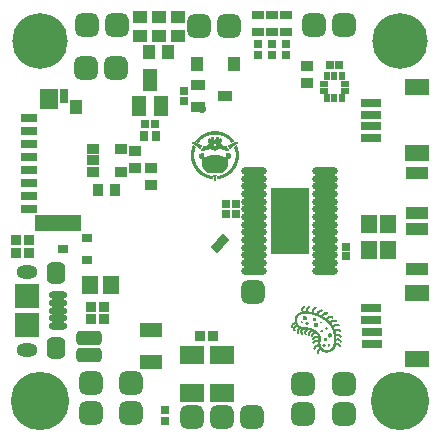
<source format=gts>
G04 Layer_Color=20142*
%FSLAX25Y25*%
%MOIN*%
G70*
G01*
G75*
G04:AMPARAMS|DCode=95|XSize=78.87mil|YSize=78.87mil|CornerRadius=21.72mil|HoleSize=0mil|Usage=FLASHONLY|Rotation=0.000|XOffset=0mil|YOffset=0mil|HoleType=Round|Shape=RoundedRectangle|*
%AMROUNDEDRECTD95*
21,1,0.07887,0.03543,0,0,0.0*
21,1,0.03543,0.07887,0,0,0.0*
1,1,0.04343,0.01772,-0.01772*
1,1,0.04343,-0.01772,-0.01772*
1,1,0.04343,-0.01772,0.01772*
1,1,0.04343,0.01772,0.01772*
%
%ADD95ROUNDEDRECTD95*%
%ADD96R,0.05721X0.03162*%
%ADD97R,0.15721X0.05524*%
%ADD98R,0.06312X0.06509*%
%ADD99R,0.03162X0.04737*%
%ADD100R,0.04147X0.04540*%
%ADD101R,0.06902X0.03162*%
%ADD102R,0.07887X0.05524*%
%ADD103R,0.05328X0.06115*%
%ADD104R,0.02965X0.02572*%
%ADD105R,0.02847X0.02847*%
%ADD106P,0.04027X4X180.0*%
G04:AMPARAMS|DCode=107|XSize=47.37mil|YSize=86.74mil|CornerRadius=13.84mil|HoleSize=0mil|Usage=FLASHONLY|Rotation=270.000|XOffset=0mil|YOffset=0mil|HoleType=Round|Shape=RoundedRectangle|*
%AMROUNDEDRECTD107*
21,1,0.04737,0.05906,0,0,270.0*
21,1,0.01969,0.08674,0,0,270.0*
1,1,0.02769,-0.02953,-0.00984*
1,1,0.02769,-0.02953,0.00984*
1,1,0.02769,0.02953,0.00984*
1,1,0.02769,0.02953,-0.00984*
%
%ADD107ROUNDEDRECTD107*%
%ADD108R,0.02769X0.02178*%
%ADD109R,0.02178X0.02769*%
%ADD110R,0.07887X0.08280*%
G04:AMPARAMS|DCode=111|XSize=70.99mil|YSize=63.12mil|CornerRadius=17.78mil|HoleSize=0mil|Usage=FLASHONLY|Rotation=270.000|XOffset=0mil|YOffset=0mil|HoleType=Round|Shape=RoundedRectangle|*
%AMROUNDEDRECTD111*
21,1,0.07099,0.02756,0,0,270.0*
21,1,0.03543,0.06312,0,0,270.0*
1,1,0.03556,-0.01378,-0.01772*
1,1,0.03556,-0.01378,0.01772*
1,1,0.03556,0.01378,0.01772*
1,1,0.03556,0.01378,-0.01772*
%
%ADD111ROUNDEDRECTD111*%
%ADD112O,0.06115X0.02375*%
%ADD113R,0.03556X0.03162*%
G04:AMPARAMS|DCode=114|XSize=78.87mil|YSize=78.87mil|CornerRadius=21.72mil|HoleSize=0mil|Usage=FLASHONLY|Rotation=270.000|XOffset=0mil|YOffset=0mil|HoleType=Round|Shape=RoundedRectangle|*
%AMROUNDEDRECTD114*
21,1,0.07887,0.03543,0,0,270.0*
21,1,0.03543,0.07887,0,0,270.0*
1,1,0.04343,-0.01772,-0.01772*
1,1,0.04343,-0.01772,0.01772*
1,1,0.04343,0.01772,0.01772*
1,1,0.04343,0.01772,-0.01772*
%
%ADD114ROUNDEDRECTD114*%
%ADD115R,0.04343X0.03556*%
%ADD116R,0.02847X0.02847*%
%ADD117R,0.04737X0.04343*%
%ADD118R,0.04343X0.04737*%
%ADD119R,0.03950X0.03162*%
%ADD120R,0.03950X0.03162*%
%ADD121R,0.03359X0.03753*%
%ADD122R,0.12611X0.22453*%
%ADD123O,0.08674X0.02375*%
%ADD124R,0.08280X0.06115*%
%ADD125R,0.05328X0.06312*%
%ADD126R,0.07493X0.03950*%
%ADD127R,0.04343X0.03359*%
%ADD128R,0.03556X0.04343*%
%ADD129R,0.02965X0.03359*%
%ADD130R,0.02572X0.02965*%
%ADD131R,0.04737X0.07493*%
%ADD132R,0.04737X0.06706*%
%ADD133R,0.03753X0.03359*%
%ADD134R,0.04540X0.03359*%
%ADD135R,0.04343X0.04540*%
%ADD136R,0.07493X0.04540*%
%ADD137C,0.18517*%
%ADD138C,0.19501*%
%ADD139O,0.07099X0.04343*%
%ADD140C,0.02769*%
G36*
X176531Y196015D02*
X176584D01*
Y195961D01*
Y195908D01*
Y195855D01*
X176638D01*
Y195802D01*
Y195749D01*
Y195695D01*
X176691D01*
Y195642D01*
Y195589D01*
X176744D01*
Y195536D01*
Y195483D01*
Y195430D01*
X176797D01*
Y195376D01*
Y195323D01*
Y195270D01*
X176850D01*
Y195217D01*
Y195164D01*
Y195110D01*
Y195057D01*
X176903D01*
Y195004D01*
Y194951D01*
Y194898D01*
X176957D01*
Y194844D01*
Y194791D01*
Y194738D01*
Y194685D01*
X177010D01*
Y194632D01*
Y194578D01*
Y194525D01*
Y194472D01*
X177063D01*
Y194419D01*
Y194366D01*
Y194312D01*
Y194259D01*
Y194206D01*
X177116D01*
Y194153D01*
Y194100D01*
Y194046D01*
Y193993D01*
Y193940D01*
Y193887D01*
X177170D01*
Y193834D01*
Y193781D01*
Y193727D01*
Y193674D01*
Y193621D01*
Y193568D01*
Y193515D01*
Y193461D01*
X177223D01*
Y193408D01*
Y193355D01*
Y193302D01*
Y193248D01*
Y193195D01*
Y193142D01*
Y193089D01*
Y193036D01*
Y192982D01*
Y192929D01*
Y192876D01*
Y192823D01*
Y192770D01*
Y192717D01*
Y192663D01*
Y192610D01*
Y192557D01*
Y192504D01*
Y192451D01*
Y192397D01*
Y192344D01*
Y192291D01*
Y192238D01*
Y192185D01*
Y192131D01*
Y192078D01*
Y192025D01*
Y191972D01*
Y191919D01*
Y191865D01*
Y191812D01*
X177170D01*
Y191759D01*
Y191706D01*
Y191653D01*
Y191599D01*
Y191546D01*
Y191493D01*
Y191440D01*
X177116D01*
Y191387D01*
Y191333D01*
Y191280D01*
Y191227D01*
Y191174D01*
Y191121D01*
X177063D01*
Y191068D01*
Y191014D01*
Y190961D01*
Y190908D01*
X177010D01*
Y190855D01*
Y190802D01*
Y190748D01*
Y190695D01*
X176957D01*
Y190642D01*
Y190589D01*
Y190535D01*
Y190482D01*
X176903D01*
Y190429D01*
Y190376D01*
Y190323D01*
X176850D01*
Y190269D01*
Y190216D01*
Y190163D01*
X176797D01*
Y190110D01*
Y190057D01*
Y190004D01*
X176744D01*
Y189950D01*
Y189897D01*
Y189844D01*
X176691D01*
Y189791D01*
Y189738D01*
X176638D01*
Y189684D01*
Y189631D01*
Y189578D01*
X176584D01*
Y189525D01*
Y189472D01*
X176531D01*
Y189418D01*
Y189365D01*
X176478D01*
Y189312D01*
Y189259D01*
X176425D01*
Y189206D01*
Y189152D01*
X176372D01*
Y189099D01*
Y189046D01*
X176318D01*
Y188993D01*
Y188940D01*
X176265D01*
Y188886D01*
Y188833D01*
X176212D01*
Y188780D01*
Y188727D01*
X176159D01*
Y188674D01*
X176106D01*
Y188620D01*
Y188567D01*
X176052D01*
Y188514D01*
Y188461D01*
X175999D01*
Y188408D01*
Y188355D01*
X175946D01*
Y188301D01*
X175893D01*
Y188248D01*
Y188195D01*
X175840D01*
Y188142D01*
X175786D01*
Y188089D01*
Y188035D01*
X175733D01*
Y187982D01*
X175680D01*
Y187929D01*
X175627D01*
Y187876D01*
Y187822D01*
X175574D01*
Y187769D01*
X175520D01*
Y187716D01*
X175467D01*
Y187663D01*
X175414D01*
Y187610D01*
Y187557D01*
X175361D01*
Y187503D01*
X175308D01*
Y187450D01*
X175254D01*
Y187397D01*
X175201D01*
Y187344D01*
X175148D01*
Y187291D01*
X175095D01*
Y187237D01*
X175042D01*
Y187184D01*
Y187131D01*
X174988D01*
Y187078D01*
X174935D01*
Y187024D01*
X174882D01*
Y186971D01*
X174829D01*
Y186918D01*
X174723D01*
Y186865D01*
X174669D01*
Y186812D01*
X174616D01*
Y186759D01*
X174563D01*
Y186705D01*
X174510D01*
Y186652D01*
X174457D01*
Y186599D01*
X174403D01*
Y186546D01*
X174350D01*
Y186493D01*
X174244D01*
Y186439D01*
X174190D01*
Y186386D01*
X174137D01*
Y186333D01*
X174031D01*
Y186280D01*
X173978D01*
Y186227D01*
X173925D01*
Y186173D01*
X173818D01*
Y186120D01*
X173765D01*
Y186067D01*
X173659D01*
Y186014D01*
X173605D01*
Y185961D01*
X173499D01*
Y185907D01*
X173446D01*
Y185854D01*
X173339D01*
Y185801D01*
X173233D01*
Y185748D01*
X173180D01*
Y185695D01*
X173073D01*
Y185642D01*
X172967D01*
Y185588D01*
X172861D01*
Y185535D01*
X172754D01*
Y185482D01*
X172648D01*
Y185429D01*
X172541D01*
Y185375D01*
X172435D01*
Y185322D01*
X172275D01*
Y185269D01*
X172169D01*
Y185216D01*
X172010D01*
Y185163D01*
X171850D01*
Y185109D01*
X171690D01*
Y185056D01*
X171531D01*
Y185003D01*
X171371D01*
Y184950D01*
X171158D01*
Y184897D01*
X170892D01*
Y184844D01*
X170520D01*
Y184790D01*
X169988D01*
Y184844D01*
Y184897D01*
Y184950D01*
Y185003D01*
Y185056D01*
Y185109D01*
Y185163D01*
Y185216D01*
Y185269D01*
X170041D01*
Y185322D01*
Y185375D01*
Y185429D01*
Y185482D01*
Y185535D01*
Y185588D01*
Y185642D01*
Y185695D01*
Y185748D01*
X170094D01*
Y185801D01*
X170148D01*
Y185854D01*
X170307D01*
Y185907D01*
X170573D01*
Y185961D01*
X170839D01*
Y186014D01*
X171052D01*
Y186067D01*
X171212D01*
Y186120D01*
X171371D01*
Y186173D01*
X171531D01*
Y186227D01*
X171690D01*
Y186280D01*
X171850D01*
Y186333D01*
X171956D01*
Y186386D01*
X172116D01*
Y186439D01*
X172222D01*
Y186493D01*
X172329D01*
Y186546D01*
X172435D01*
Y186599D01*
X172541D01*
Y186652D01*
X172648D01*
Y186705D01*
X172701D01*
Y186759D01*
X172807D01*
Y186812D01*
X172914D01*
Y186865D01*
X172967D01*
Y186918D01*
X173073D01*
Y186971D01*
X173127D01*
Y187024D01*
X173233D01*
Y187078D01*
X173286D01*
Y187131D01*
X173339D01*
Y187184D01*
X173446D01*
Y187237D01*
X173499D01*
Y187291D01*
X173552D01*
Y187344D01*
X173605D01*
Y187397D01*
X173712D01*
Y187450D01*
X173765D01*
Y187503D01*
X173818D01*
Y187557D01*
X173871D01*
Y187610D01*
X173925D01*
Y187663D01*
X173978D01*
Y187716D01*
X174031D01*
Y187769D01*
X174084D01*
Y187822D01*
X174137D01*
Y187876D01*
X174190D01*
Y187929D01*
X174244D01*
Y187982D01*
X174297D01*
Y188035D01*
X174350D01*
Y188089D01*
X174403D01*
Y188142D01*
X174457D01*
Y188195D01*
Y188248D01*
X174510D01*
Y188301D01*
X174563D01*
Y188355D01*
X174616D01*
Y188408D01*
X174669D01*
Y188461D01*
Y188514D01*
X174723D01*
Y188567D01*
X174776D01*
Y188620D01*
X174829D01*
Y188674D01*
Y188727D01*
X174882D01*
Y188780D01*
X174935D01*
Y188833D01*
Y188886D01*
X174988D01*
Y188940D01*
X175042D01*
Y188993D01*
Y189046D01*
X175095D01*
Y189099D01*
X175148D01*
Y189152D01*
Y189206D01*
X175201D01*
Y189259D01*
Y189312D01*
X175254D01*
Y189365D01*
Y189418D01*
X175308D01*
Y189472D01*
X175361D01*
Y189525D01*
Y189578D01*
X175414D01*
Y189631D01*
Y189684D01*
X175467D01*
Y189738D01*
Y189791D01*
X175520D01*
Y189844D01*
Y189897D01*
X175574D01*
Y189950D01*
Y190004D01*
Y190057D01*
X175627D01*
Y190110D01*
Y190163D01*
X175680D01*
Y190216D01*
Y190269D01*
X175733D01*
Y190323D01*
Y190376D01*
Y190429D01*
X175786D01*
Y190482D01*
Y190535D01*
Y190589D01*
X175840D01*
Y190642D01*
Y190695D01*
Y190748D01*
X175893D01*
Y190802D01*
Y190855D01*
Y190908D01*
X175946D01*
Y190961D01*
Y191014D01*
Y191068D01*
Y191121D01*
X175999D01*
Y191174D01*
Y191227D01*
Y191280D01*
Y191333D01*
Y191387D01*
X176052D01*
Y191440D01*
Y191493D01*
Y191546D01*
Y191599D01*
Y191653D01*
X176106D01*
Y191706D01*
Y191759D01*
Y191812D01*
Y191865D01*
Y191919D01*
Y191972D01*
Y192025D01*
Y192078D01*
X176159D01*
Y192131D01*
Y192185D01*
Y192238D01*
Y192291D01*
Y192344D01*
Y192397D01*
Y192451D01*
Y192504D01*
Y192557D01*
Y192610D01*
Y192663D01*
Y192717D01*
Y192770D01*
Y192823D01*
Y192876D01*
Y192929D01*
Y192982D01*
Y193036D01*
Y193089D01*
Y193142D01*
Y193195D01*
Y193248D01*
X176106D01*
Y193302D01*
Y193355D01*
Y193408D01*
Y193461D01*
Y193515D01*
Y193568D01*
Y193621D01*
Y193674D01*
X176052D01*
Y193727D01*
Y193781D01*
Y193834D01*
Y193887D01*
Y193940D01*
Y193993D01*
X175999D01*
Y194046D01*
Y194100D01*
Y194153D01*
Y194206D01*
X175946D01*
Y194259D01*
Y194312D01*
Y194366D01*
Y194419D01*
X175893D01*
Y194472D01*
Y194525D01*
Y194578D01*
Y194632D01*
X175840D01*
Y194685D01*
Y194738D01*
Y194791D01*
X175786D01*
Y194844D01*
Y194898D01*
Y194951D01*
X175733D01*
Y195004D01*
Y195057D01*
Y195110D01*
X175680D01*
Y195164D01*
Y195217D01*
Y195270D01*
X175627D01*
Y195323D01*
Y195376D01*
Y195430D01*
Y195483D01*
X175680D01*
Y195536D01*
X175786D01*
Y195589D01*
X175840D01*
Y195642D01*
X175893D01*
Y195695D01*
X175999D01*
Y195749D01*
X176052D01*
Y195802D01*
X176159D01*
Y195855D01*
X176212D01*
Y195908D01*
X176265D01*
Y195961D01*
X176372D01*
Y196015D01*
X176425D01*
Y196068D01*
X176531D01*
Y196015D01*
D02*
G37*
G36*
X172914Y193621D02*
X173073D01*
Y193568D01*
X173286D01*
Y193515D01*
X173499D01*
Y193461D01*
X173712D01*
Y193408D01*
X173871D01*
Y193355D01*
X174084D01*
Y193302D01*
X174244D01*
Y193248D01*
X174403D01*
Y193195D01*
X174457D01*
Y193142D01*
X174510D01*
Y193089D01*
Y193036D01*
Y192982D01*
Y192929D01*
Y192876D01*
Y192823D01*
Y192770D01*
Y192717D01*
Y192663D01*
Y192610D01*
Y192557D01*
Y192504D01*
Y192451D01*
Y192397D01*
Y192344D01*
Y192291D01*
Y192238D01*
Y192185D01*
Y192131D01*
Y192078D01*
Y192025D01*
Y191972D01*
Y191919D01*
Y191865D01*
Y191812D01*
Y191759D01*
Y191706D01*
Y191653D01*
X174297D01*
Y191599D01*
X173925D01*
Y191546D01*
X173552D01*
Y191493D01*
Y191440D01*
Y191387D01*
Y191333D01*
Y191280D01*
X173605D01*
Y191227D01*
Y191174D01*
Y191121D01*
Y191068D01*
Y191014D01*
Y190961D01*
Y190908D01*
Y190855D01*
Y190802D01*
Y190748D01*
Y190695D01*
Y190642D01*
Y190589D01*
Y190535D01*
Y190482D01*
Y190429D01*
Y190376D01*
Y190323D01*
Y190269D01*
Y190216D01*
Y190163D01*
Y190110D01*
X173659D01*
Y190057D01*
Y190004D01*
Y189950D01*
Y189897D01*
Y189844D01*
Y189791D01*
Y189738D01*
Y189684D01*
Y189631D01*
Y189578D01*
Y189525D01*
Y189472D01*
Y189418D01*
Y189365D01*
Y189312D01*
X173605D01*
Y189259D01*
Y189206D01*
Y189152D01*
Y189099D01*
Y189046D01*
X173552D01*
Y188993D01*
Y188940D01*
X173499D01*
Y188886D01*
Y188833D01*
X173446D01*
Y188780D01*
Y188727D01*
X173393D01*
Y188674D01*
Y188620D01*
X173339D01*
Y188567D01*
X173286D01*
Y188514D01*
Y188461D01*
X173233D01*
Y188408D01*
X173180D01*
Y188355D01*
X173127D01*
Y188301D01*
X173073D01*
Y188248D01*
X173020D01*
Y188195D01*
X172967D01*
Y188142D01*
X172914D01*
Y188089D01*
X172861D01*
Y188035D01*
X172807D01*
Y187982D01*
X172754D01*
Y187929D01*
X172701D01*
Y187876D01*
X172648D01*
Y187822D01*
X172595D01*
Y187769D01*
X172541D01*
Y187716D01*
Y187663D01*
X172488D01*
Y187610D01*
X172435D01*
Y187557D01*
X172382D01*
Y187503D01*
X172329D01*
Y187450D01*
X172275D01*
Y187397D01*
X172222D01*
Y187344D01*
X172169D01*
Y187291D01*
X172116D01*
Y187237D01*
X172063D01*
Y187184D01*
X172010D01*
Y187131D01*
X171956D01*
Y187078D01*
X171903D01*
Y187024D01*
X171850D01*
Y186971D01*
X171797D01*
Y186918D01*
X171744D01*
Y186865D01*
X171637D01*
Y186812D01*
X171531D01*
Y186759D01*
X171424D01*
Y186705D01*
X167062D01*
Y186759D01*
X166903D01*
Y186812D01*
X166796D01*
Y186865D01*
X166690D01*
Y186918D01*
X166637D01*
Y186971D01*
X166584D01*
Y187024D01*
X166530D01*
Y187078D01*
X166477D01*
Y187131D01*
X166424D01*
Y187184D01*
X166371D01*
Y187237D01*
X166317D01*
Y187291D01*
X166264D01*
Y187344D01*
Y187397D01*
X166211D01*
Y187450D01*
X166158D01*
Y187503D01*
X166105D01*
Y187557D01*
X166051D01*
Y187610D01*
X165998D01*
Y187663D01*
X165945D01*
Y187716D01*
X165892D01*
Y187769D01*
X165839D01*
Y187822D01*
X165786D01*
Y187876D01*
X165732D01*
Y187929D01*
X165679D01*
Y187982D01*
X165626D01*
Y188035D01*
X165573D01*
Y188089D01*
X165520D01*
Y188142D01*
X165466D01*
Y188195D01*
X165413D01*
Y188248D01*
X165360D01*
Y188301D01*
Y188355D01*
X165307D01*
Y188408D01*
X165254D01*
Y188461D01*
X165200D01*
Y188514D01*
X165147D01*
Y188567D01*
X165094D01*
Y188620D01*
Y188674D01*
X165041D01*
Y188727D01*
Y188780D01*
X164988D01*
Y188833D01*
X164934D01*
Y188886D01*
Y188940D01*
Y188993D01*
X164881D01*
Y189046D01*
Y189099D01*
Y189152D01*
X164828D01*
Y189206D01*
Y189259D01*
Y189312D01*
Y189365D01*
Y189418D01*
Y189472D01*
Y189525D01*
X164775D01*
Y189578D01*
Y189631D01*
Y189684D01*
Y189738D01*
Y189791D01*
X164828D01*
Y189844D01*
Y189897D01*
Y189950D01*
Y190004D01*
Y190057D01*
Y190110D01*
Y190163D01*
Y190216D01*
Y190269D01*
Y190323D01*
Y190376D01*
Y190429D01*
Y190482D01*
Y190535D01*
Y190589D01*
Y190642D01*
Y190695D01*
Y190748D01*
Y190802D01*
X164881D01*
Y190855D01*
Y190908D01*
Y190961D01*
Y191014D01*
Y191068D01*
Y191121D01*
Y191174D01*
Y191227D01*
Y191280D01*
Y191333D01*
Y191387D01*
Y191440D01*
Y191493D01*
Y191546D01*
X164668D01*
Y191599D01*
X164296D01*
Y191653D01*
X163977D01*
Y191706D01*
Y191759D01*
Y191812D01*
Y191865D01*
Y191919D01*
Y191972D01*
Y192025D01*
Y192078D01*
Y192131D01*
Y192185D01*
Y192238D01*
Y192291D01*
Y192344D01*
Y192397D01*
Y192451D01*
Y192504D01*
Y192557D01*
Y192610D01*
Y192663D01*
Y192717D01*
Y192770D01*
Y192823D01*
Y192876D01*
Y192929D01*
Y192982D01*
Y193036D01*
X164030D01*
Y193089D01*
Y193142D01*
X164083D01*
Y193195D01*
X164137D01*
Y193248D01*
X164243D01*
Y193302D01*
X164456D01*
Y193355D01*
X164615D01*
Y193408D01*
X164775D01*
Y193461D01*
X164988D01*
Y193515D01*
X165200D01*
Y193568D01*
X165360D01*
Y193621D01*
X165573D01*
Y193674D01*
X165626D01*
Y193621D01*
Y193568D01*
Y193515D01*
Y193461D01*
Y193408D01*
Y193355D01*
Y193302D01*
Y193248D01*
Y193195D01*
Y193142D01*
Y193089D01*
Y193036D01*
Y192982D01*
Y192929D01*
Y192876D01*
Y192823D01*
Y192770D01*
Y192717D01*
Y192663D01*
Y192610D01*
Y192557D01*
Y192504D01*
Y192451D01*
Y192397D01*
X165679D01*
Y192344D01*
Y192291D01*
X165732D01*
Y192238D01*
X165786D01*
Y192185D01*
X165998D01*
Y192238D01*
X166211D01*
Y192291D01*
X166424D01*
Y192344D01*
X166637D01*
Y192397D01*
X166850D01*
Y192451D01*
X167062D01*
Y192504D01*
X167275D01*
Y192557D01*
X167488D01*
Y192610D01*
X167701D01*
Y192663D01*
X167913D01*
Y192717D01*
X168126D01*
Y192770D01*
X168339D01*
Y192823D01*
X168605D01*
Y192876D01*
X169084D01*
Y192929D01*
X169456D01*
Y192876D01*
X169935D01*
Y192823D01*
X170201D01*
Y192770D01*
X170360D01*
Y192717D01*
X170573D01*
Y192663D01*
X170786D01*
Y192610D01*
X170999D01*
Y192557D01*
X171212D01*
Y192504D01*
X171424D01*
Y192451D01*
X171584D01*
Y192397D01*
X171797D01*
Y192344D01*
X172010D01*
Y192291D01*
X172222D01*
Y192238D01*
X172435D01*
Y192185D01*
X172648D01*
Y192238D01*
X172754D01*
Y192291D01*
Y192344D01*
X172807D01*
Y192397D01*
Y192451D01*
Y192504D01*
Y192557D01*
Y192610D01*
Y192663D01*
Y192717D01*
Y192770D01*
Y192823D01*
Y192876D01*
Y192929D01*
Y192982D01*
Y193036D01*
Y193089D01*
Y193142D01*
Y193195D01*
Y193248D01*
Y193302D01*
Y193355D01*
Y193408D01*
Y193461D01*
Y193515D01*
Y193568D01*
Y193621D01*
Y193674D01*
X172914D01*
Y193621D01*
D02*
G37*
G36*
X162009Y196015D02*
X162115D01*
Y195961D01*
X162168D01*
Y195908D01*
X162275D01*
Y195855D01*
X162328D01*
Y195802D01*
X162381D01*
Y195749D01*
X162487D01*
Y195695D01*
X162541D01*
Y195642D01*
X162647D01*
Y195589D01*
X162700D01*
Y195536D01*
X162753D01*
Y195483D01*
X162806D01*
Y195430D01*
X162860D01*
Y195376D01*
X162806D01*
Y195323D01*
Y195270D01*
Y195217D01*
X162753D01*
Y195164D01*
Y195110D01*
Y195057D01*
X162700D01*
Y195004D01*
Y194951D01*
Y194898D01*
X162647D01*
Y194844D01*
Y194791D01*
Y194738D01*
X162594D01*
Y194685D01*
Y194632D01*
Y194578D01*
X162541D01*
Y194525D01*
Y194472D01*
Y194419D01*
Y194366D01*
X162487D01*
Y194312D01*
Y194259D01*
Y194206D01*
Y194153D01*
X162434D01*
Y194100D01*
Y194046D01*
Y193993D01*
Y193940D01*
Y193887D01*
X162381D01*
Y193834D01*
Y193781D01*
Y193727D01*
Y193674D01*
Y193621D01*
Y193568D01*
Y193515D01*
X162328D01*
Y193461D01*
Y193408D01*
Y193355D01*
Y193302D01*
Y193248D01*
Y193195D01*
Y193142D01*
Y193089D01*
Y193036D01*
Y192982D01*
Y192929D01*
Y192876D01*
Y192823D01*
Y192770D01*
Y192717D01*
Y192663D01*
Y192610D01*
Y192557D01*
Y192504D01*
Y192451D01*
Y192397D01*
Y192344D01*
Y192291D01*
Y192238D01*
Y192185D01*
Y192131D01*
Y192078D01*
Y192025D01*
Y191972D01*
Y191919D01*
Y191865D01*
X162381D01*
Y191812D01*
Y191759D01*
Y191706D01*
Y191653D01*
Y191599D01*
Y191546D01*
Y191493D01*
X162434D01*
Y191440D01*
Y191387D01*
Y191333D01*
Y191280D01*
Y191227D01*
X162487D01*
Y191174D01*
Y191121D01*
Y191068D01*
Y191014D01*
X162541D01*
Y190961D01*
Y190908D01*
Y190855D01*
X162594D01*
Y190802D01*
Y190748D01*
Y190695D01*
Y190642D01*
X162647D01*
Y190589D01*
Y190535D01*
Y190482D01*
X162700D01*
Y190429D01*
Y190376D01*
Y190323D01*
X162753D01*
Y190269D01*
Y190216D01*
X162806D01*
Y190163D01*
Y190110D01*
Y190057D01*
X162860D01*
Y190004D01*
Y189950D01*
X162913D01*
Y189897D01*
Y189844D01*
X162966D01*
Y189791D01*
Y189738D01*
X163019D01*
Y189684D01*
Y189631D01*
X163073D01*
Y189578D01*
Y189525D01*
X163126D01*
Y189472D01*
Y189418D01*
X163179D01*
Y189365D01*
Y189312D01*
X163232D01*
Y189259D01*
Y189206D01*
X163285D01*
Y189152D01*
X163338D01*
Y189099D01*
Y189046D01*
X163392D01*
Y188993D01*
X163445D01*
Y188940D01*
Y188886D01*
X163498D01*
Y188833D01*
X163551D01*
Y188780D01*
Y188727D01*
X163604D01*
Y188674D01*
X163658D01*
Y188620D01*
Y188567D01*
X163711D01*
Y188514D01*
X163764D01*
Y188461D01*
X163817D01*
Y188408D01*
X163871D01*
Y188355D01*
Y188301D01*
X163924D01*
Y188248D01*
X163977D01*
Y188195D01*
X164030D01*
Y188142D01*
X164083D01*
Y188089D01*
X164137D01*
Y188035D01*
X164190D01*
Y187982D01*
Y187929D01*
X164243D01*
Y187876D01*
X164296D01*
Y187822D01*
X164349D01*
Y187769D01*
X164402D01*
Y187716D01*
X164456D01*
Y187663D01*
X164562D01*
Y187610D01*
X164615D01*
Y187557D01*
X164668D01*
Y187503D01*
X164722D01*
Y187450D01*
X164775D01*
Y187397D01*
X164828D01*
Y187344D01*
X164881D01*
Y187291D01*
X164988D01*
Y187237D01*
X165041D01*
Y187184D01*
X165094D01*
Y187131D01*
X165200D01*
Y187078D01*
X165254D01*
Y187024D01*
X165360D01*
Y186971D01*
X165413D01*
Y186918D01*
X165520D01*
Y186865D01*
X165573D01*
Y186812D01*
X165679D01*
Y186759D01*
X165732D01*
Y186705D01*
X165839D01*
Y186652D01*
X165945D01*
Y186599D01*
X166051D01*
Y186546D01*
X166158D01*
Y186493D01*
X166264D01*
Y186439D01*
X166371D01*
Y186386D01*
X166477D01*
Y186333D01*
X166584D01*
Y186280D01*
X166743D01*
Y186227D01*
X166903D01*
Y186173D01*
X167062D01*
Y186120D01*
X167222D01*
Y186067D01*
X167381D01*
Y186014D01*
X167594D01*
Y185961D01*
X167860D01*
Y185907D01*
X168126D01*
Y185854D01*
X168286D01*
Y185801D01*
X168339D01*
Y185748D01*
X168392D01*
Y185695D01*
Y185642D01*
X168445D01*
Y185588D01*
Y185535D01*
Y185482D01*
Y185429D01*
Y185375D01*
Y185322D01*
Y185269D01*
Y185216D01*
Y185163D01*
Y185109D01*
Y185056D01*
X168499D01*
Y185003D01*
Y184950D01*
Y184897D01*
Y184844D01*
Y184790D01*
Y184737D01*
X168126D01*
Y184790D01*
X167860D01*
Y184844D01*
X167594D01*
Y184897D01*
X167328D01*
Y184950D01*
X167169D01*
Y185003D01*
X166956D01*
Y185056D01*
X166796D01*
Y185109D01*
X166637D01*
Y185163D01*
X166477D01*
Y185216D01*
X166317D01*
Y185269D01*
X166158D01*
Y185322D01*
X166051D01*
Y185375D01*
X165945D01*
Y185429D01*
X165786D01*
Y185482D01*
X165679D01*
Y185535D01*
X165573D01*
Y185588D01*
X165466D01*
Y185642D01*
X165360D01*
Y185695D01*
X165254D01*
Y185748D01*
X165200D01*
Y185801D01*
X165094D01*
Y185854D01*
X164988D01*
Y185907D01*
X164934D01*
Y185961D01*
X164828D01*
Y186014D01*
X164722D01*
Y186067D01*
X164668D01*
Y186120D01*
X164615D01*
Y186173D01*
X164509D01*
Y186227D01*
X164456D01*
Y186280D01*
X164349D01*
Y186333D01*
X164296D01*
Y186386D01*
X164243D01*
Y186439D01*
X164190D01*
Y186493D01*
X164083D01*
Y186546D01*
X164030D01*
Y186599D01*
X163977D01*
Y186652D01*
X163924D01*
Y186705D01*
X163871D01*
Y186759D01*
X163817D01*
Y186812D01*
X163764D01*
Y186865D01*
X163711D01*
Y186918D01*
X163658D01*
Y186971D01*
X163604D01*
Y187024D01*
X163551D01*
Y187078D01*
X163498D01*
Y187131D01*
X163445D01*
Y187184D01*
X163392D01*
Y187237D01*
X163338D01*
Y187291D01*
X163285D01*
Y187344D01*
X163232D01*
Y187397D01*
X163179D01*
Y187450D01*
X163126D01*
Y187503D01*
X163073D01*
Y187557D01*
Y187610D01*
X163019D01*
Y187663D01*
X162966D01*
Y187716D01*
X162913D01*
Y187769D01*
Y187822D01*
X162860D01*
Y187876D01*
X162806D01*
Y187929D01*
X162753D01*
Y187982D01*
Y188035D01*
X162700D01*
Y188089D01*
X162647D01*
Y188142D01*
Y188195D01*
X162594D01*
Y188248D01*
X162541D01*
Y188301D01*
Y188355D01*
X162487D01*
Y188408D01*
X162434D01*
Y188461D01*
Y188514D01*
X162381D01*
Y188567D01*
X162328D01*
Y188620D01*
Y188674D01*
X162275D01*
Y188727D01*
Y188780D01*
X162221D01*
Y188833D01*
Y188886D01*
X162168D01*
Y188940D01*
Y188993D01*
X162115D01*
Y189046D01*
X162062D01*
Y189099D01*
Y189152D01*
X162009D01*
Y189206D01*
Y189259D01*
X161955D01*
Y189312D01*
Y189365D01*
Y189418D01*
X161902D01*
Y189472D01*
Y189525D01*
X161849D01*
Y189578D01*
Y189631D01*
X161796D01*
Y189684D01*
Y189738D01*
X161743D01*
Y189791D01*
Y189844D01*
Y189897D01*
X161689D01*
Y189950D01*
Y190004D01*
Y190057D01*
X161636D01*
Y190110D01*
Y190163D01*
X161583D01*
Y190216D01*
Y190269D01*
Y190323D01*
X161530D01*
Y190376D01*
Y190429D01*
Y190482D01*
Y190535D01*
X161477D01*
Y190589D01*
Y190642D01*
Y190695D01*
X161424D01*
Y190748D01*
Y190802D01*
Y190855D01*
Y190908D01*
X161370D01*
Y190961D01*
Y191014D01*
Y191068D01*
Y191121D01*
Y191174D01*
X161317D01*
Y191227D01*
Y191280D01*
Y191333D01*
Y191387D01*
Y191440D01*
X161264D01*
Y191493D01*
Y191546D01*
Y191599D01*
Y191653D01*
Y191706D01*
Y191759D01*
Y191812D01*
Y191865D01*
X161211D01*
Y191919D01*
Y191972D01*
Y192025D01*
Y192078D01*
Y192131D01*
Y192185D01*
Y192238D01*
Y192291D01*
Y192344D01*
Y192397D01*
Y192451D01*
Y192504D01*
Y192557D01*
Y192610D01*
Y192663D01*
Y192717D01*
Y192770D01*
Y192823D01*
Y192876D01*
Y192929D01*
Y192982D01*
Y193036D01*
Y193089D01*
Y193142D01*
Y193195D01*
Y193248D01*
Y193302D01*
Y193355D01*
Y193408D01*
X161264D01*
Y193461D01*
Y193515D01*
Y193568D01*
Y193621D01*
Y193674D01*
Y193727D01*
Y193781D01*
Y193834D01*
X161317D01*
Y193887D01*
Y193940D01*
Y193993D01*
Y194046D01*
Y194100D01*
Y194153D01*
X161370D01*
Y194206D01*
Y194259D01*
Y194312D01*
Y194366D01*
Y194419D01*
X161424D01*
Y194472D01*
Y194525D01*
Y194578D01*
Y194632D01*
X161477D01*
Y194685D01*
Y194738D01*
Y194791D01*
Y194844D01*
X161530D01*
Y194898D01*
Y194951D01*
Y195004D01*
X161583D01*
Y195057D01*
Y195110D01*
Y195164D01*
Y195217D01*
X161636D01*
Y195270D01*
Y195323D01*
Y195376D01*
X161689D01*
Y195430D01*
Y195483D01*
Y195536D01*
X161743D01*
Y195589D01*
Y195642D01*
X161796D01*
Y195695D01*
Y195749D01*
Y195802D01*
X161849D01*
Y195855D01*
Y195908D01*
X161902D01*
Y195961D01*
Y196015D01*
Y196068D01*
X162009D01*
Y196015D01*
D02*
G37*
G36*
X200745Y142507D02*
X200811D01*
Y142441D01*
X200877D01*
Y142376D01*
Y142310D01*
X200943D01*
Y142244D01*
Y142178D01*
Y142112D01*
X200877D01*
Y142046D01*
Y141981D01*
X200811D01*
Y141915D01*
X200745D01*
Y141849D01*
Y141783D01*
X200679D01*
Y141717D01*
X200613D01*
Y141651D01*
X200548D01*
Y141586D01*
X200482D01*
Y141520D01*
Y141454D01*
X200416D01*
Y141388D01*
X200350D01*
Y141322D01*
Y141256D01*
X200284D01*
Y141191D01*
Y141125D01*
Y141059D01*
Y140993D01*
Y140927D01*
Y140861D01*
X200350D01*
Y140796D01*
Y140730D01*
X200416D01*
Y140664D01*
X200613D01*
Y140598D01*
X201009D01*
Y140532D01*
X201403D01*
Y140467D01*
X201469D01*
Y140532D01*
Y140598D01*
Y140664D01*
Y140730D01*
Y140796D01*
Y140861D01*
Y140927D01*
Y140993D01*
Y141059D01*
Y141125D01*
Y141191D01*
X201535D01*
Y141256D01*
Y141322D01*
X201601D01*
Y141388D01*
X201667D01*
Y141454D01*
Y141520D01*
X201733D01*
Y141586D01*
X201799D01*
Y141651D01*
X201864D01*
Y141717D01*
X201996D01*
Y141783D01*
X202062D01*
Y141849D01*
X202193D01*
Y141915D01*
X202259D01*
Y141981D01*
X202391D01*
Y142046D01*
X202457D01*
Y142112D01*
X202588D01*
Y142178D01*
X202918D01*
Y142112D01*
X203049D01*
Y142046D01*
Y141981D01*
X203115D01*
Y141915D01*
Y141849D01*
Y141783D01*
Y141717D01*
Y141651D01*
X203049D01*
Y141586D01*
X202983D01*
Y141520D01*
X202918D01*
Y141454D01*
X202786D01*
Y141388D01*
X202720D01*
Y141322D01*
X202588D01*
Y141256D01*
X202523D01*
Y141191D01*
X202391D01*
Y141125D01*
X202325D01*
Y141059D01*
X202259D01*
Y140993D01*
X202193D01*
Y140927D01*
Y140861D01*
X202128D01*
Y140796D01*
Y140730D01*
Y140664D01*
Y140598D01*
Y140532D01*
Y140467D01*
Y140401D01*
Y140335D01*
X202259D01*
Y140269D01*
X202457D01*
Y140203D01*
X202654D01*
Y140137D01*
X202852D01*
Y140072D01*
X203049D01*
Y140006D01*
X203247D01*
Y140072D01*
Y140137D01*
Y140203D01*
Y140269D01*
Y140335D01*
X203313D01*
Y140401D01*
Y140467D01*
Y140532D01*
X203378D01*
Y140598D01*
Y140664D01*
X203444D01*
Y140730D01*
X203510D01*
Y140796D01*
X203576D01*
Y140861D01*
X203708D01*
Y140927D01*
X203773D01*
Y140993D01*
X203905D01*
Y141059D01*
X204037D01*
Y141125D01*
X204168D01*
Y141191D01*
X204300D01*
Y141256D01*
X204498D01*
Y141322D01*
X204629D01*
Y141388D01*
X204958D01*
Y141322D01*
X205024D01*
Y141256D01*
X205090D01*
Y141191D01*
Y141125D01*
Y141059D01*
Y140993D01*
Y140927D01*
Y140861D01*
X205024D01*
Y140796D01*
Y140730D01*
X204892D01*
Y140664D01*
X204761D01*
Y140598D01*
X204629D01*
Y140532D01*
X204432D01*
Y140467D01*
X204300D01*
Y140401D01*
X204234D01*
Y140335D01*
X204102D01*
Y140269D01*
X204037D01*
Y140203D01*
X203971D01*
Y140137D01*
Y140072D01*
X203905D01*
Y140006D01*
Y139940D01*
Y139874D01*
Y139808D01*
Y139742D01*
Y139677D01*
X204037D01*
Y139611D01*
X204168D01*
Y139545D01*
X204300D01*
Y139479D01*
X204432D01*
Y139413D01*
X204563D01*
Y139347D01*
X204695D01*
Y139413D01*
X204761D01*
Y139479D01*
Y139545D01*
X204827D01*
Y139611D01*
Y139677D01*
X204892D01*
Y139742D01*
Y139808D01*
X204958D01*
Y139874D01*
X205024D01*
Y139940D01*
X205090D01*
Y140006D01*
X205156D01*
Y140072D01*
X205222D01*
Y140137D01*
X205353D01*
Y140203D01*
X205485D01*
Y140269D01*
X205748D01*
Y140335D01*
X206802D01*
Y140269D01*
X206867D01*
Y140203D01*
X206933D01*
Y140137D01*
Y140072D01*
Y140006D01*
Y139940D01*
Y139874D01*
Y139808D01*
X206867D01*
Y139742D01*
X206802D01*
Y139677D01*
X206538D01*
Y139611D01*
X205814D01*
Y139545D01*
X205617D01*
Y139479D01*
X205551D01*
Y139413D01*
X205485D01*
Y139347D01*
Y139282D01*
X205419D01*
Y139216D01*
Y139150D01*
X205353D01*
Y139084D01*
Y139018D01*
Y138952D01*
X205419D01*
Y138887D01*
X205551D01*
Y138821D01*
X205617D01*
Y138755D01*
X205748D01*
Y138689D01*
X205814D01*
Y138623D01*
X205946D01*
Y138558D01*
X206012D01*
Y138492D01*
X206143D01*
Y138426D01*
X206209D01*
Y138360D01*
X206275D01*
Y138426D01*
X206341D01*
Y138492D01*
Y138558D01*
X206407D01*
Y138623D01*
X206472D01*
Y138689D01*
X206538D01*
Y138755D01*
X206604D01*
Y138821D01*
X206670D01*
Y138887D01*
X206736D01*
Y138952D01*
X206802D01*
Y139018D01*
X206933D01*
Y139084D01*
X207131D01*
Y139150D01*
X207855D01*
Y139084D01*
X208184D01*
Y139018D01*
X208513D01*
Y138952D01*
X208579D01*
Y138887D01*
X208645D01*
Y138821D01*
Y138755D01*
X208711D01*
Y138689D01*
Y138623D01*
X208645D01*
Y138558D01*
Y138492D01*
Y138426D01*
X208579D01*
Y138360D01*
X208447D01*
Y138294D01*
X208184D01*
Y138360D01*
X207855D01*
Y138426D01*
X207197D01*
Y138360D01*
X207131D01*
Y138294D01*
X207065D01*
Y138228D01*
X206999D01*
Y138163D01*
Y138097D01*
X206933D01*
Y138031D01*
X206867D01*
Y137965D01*
Y137899D01*
X206933D01*
Y137833D01*
X206999D01*
Y137768D01*
X207065D01*
Y137702D01*
X207131D01*
Y137636D01*
X207197D01*
Y137570D01*
X207262D01*
Y137504D01*
X207328D01*
Y137438D01*
X207394D01*
Y137373D01*
X207460D01*
Y137307D01*
X207526D01*
Y137241D01*
X207592D01*
Y137307D01*
X207657D01*
Y137373D01*
X207723D01*
Y137438D01*
X207789D01*
Y137504D01*
X207855D01*
Y137570D01*
X207921D01*
Y137636D01*
X207986D01*
Y137702D01*
X208052D01*
Y137768D01*
X208184D01*
Y137833D01*
X208382D01*
Y137899D01*
X209106D01*
Y137833D01*
X209435D01*
Y137768D01*
X209764D01*
Y137702D01*
X209830D01*
Y137636D01*
X209896D01*
Y137570D01*
Y137504D01*
X209962D01*
Y137438D01*
X209896D01*
Y137373D01*
Y137307D01*
Y137241D01*
X209830D01*
Y137175D01*
X209764D01*
Y137109D01*
X209698D01*
Y137043D01*
X209501D01*
Y137109D01*
X209172D01*
Y137175D01*
X208447D01*
Y137109D01*
X208382D01*
Y137043D01*
X208316D01*
Y136978D01*
X208250D01*
Y136912D01*
X208184D01*
Y136846D01*
Y136780D01*
X208118D01*
Y136714D01*
X208052D01*
Y136648D01*
X208118D01*
Y136583D01*
X208184D01*
Y136517D01*
Y136451D01*
X208250D01*
Y136385D01*
X208316D01*
Y136319D01*
X208382D01*
Y136253D01*
Y136188D01*
X208447D01*
Y136122D01*
X208513D01*
Y136056D01*
Y135990D01*
X208645D01*
Y136056D01*
X208711D01*
Y136122D01*
X208776D01*
Y136188D01*
X208842D01*
Y136253D01*
X208974D01*
Y136319D01*
X209040D01*
Y136385D01*
X209237D01*
Y136451D01*
X210093D01*
Y136385D01*
X210422D01*
Y136319D01*
X210686D01*
Y136253D01*
X210751D01*
Y136188D01*
X210817D01*
Y136122D01*
Y136056D01*
Y135990D01*
Y135924D01*
Y135858D01*
Y135793D01*
X210751D01*
Y135727D01*
X210686D01*
Y135661D01*
X210093D01*
Y135727D01*
X209369D01*
Y135661D01*
X209303D01*
Y135595D01*
X209172D01*
Y135529D01*
Y135463D01*
X209106D01*
Y135398D01*
X209040D01*
Y135332D01*
Y135266D01*
X208974D01*
Y135200D01*
Y135134D01*
X209040D01*
Y135068D01*
Y135003D01*
Y134937D01*
X209106D01*
Y134871D01*
Y134805D01*
X209172D01*
Y134739D01*
Y134674D01*
X209369D01*
Y134739D01*
X209435D01*
Y134805D01*
X209632D01*
Y134871D01*
X209830D01*
Y134937D01*
X210291D01*
Y134871D01*
X210488D01*
Y134805D01*
X210620D01*
Y134739D01*
X210751D01*
Y134674D01*
X210883D01*
Y134608D01*
X210949D01*
Y134542D01*
X211081D01*
Y134476D01*
X211146D01*
Y134410D01*
X211278D01*
Y134344D01*
X211344D01*
Y134279D01*
Y134213D01*
Y134147D01*
Y134081D01*
Y134015D01*
Y133949D01*
Y133884D01*
X211278D01*
Y133818D01*
X211212D01*
Y133752D01*
X210883D01*
Y133818D01*
X210751D01*
Y133884D01*
X210686D01*
Y133949D01*
X210554D01*
Y134015D01*
X210488D01*
Y134081D01*
X210356D01*
Y134147D01*
X210225D01*
Y134213D01*
X209896D01*
Y134147D01*
X209764D01*
Y134081D01*
X209632D01*
Y134015D01*
X209566D01*
Y133949D01*
X209435D01*
Y133884D01*
Y133818D01*
Y133752D01*
Y133686D01*
X209501D01*
Y133620D01*
Y133554D01*
Y133489D01*
Y133423D01*
Y133357D01*
X209566D01*
Y133291D01*
Y133225D01*
Y133159D01*
X209632D01*
Y133225D01*
X209896D01*
Y133291D01*
X210554D01*
Y133225D01*
X210751D01*
Y133159D01*
X210817D01*
Y133094D01*
X210949D01*
Y133028D01*
X211015D01*
Y132962D01*
X211081D01*
Y132896D01*
X211146D01*
Y132830D01*
X211212D01*
Y132764D01*
X211278D01*
Y132699D01*
X211344D01*
Y132633D01*
X211410D01*
Y132567D01*
X211476D01*
Y132501D01*
Y132435D01*
X211541D01*
Y132369D01*
Y132304D01*
Y132238D01*
Y132172D01*
Y132106D01*
Y132040D01*
X211476D01*
Y131974D01*
X211410D01*
Y131909D01*
X211081D01*
Y131974D01*
X210949D01*
Y132040D01*
X210883D01*
Y132106D01*
X210817D01*
Y132172D01*
X210751D01*
Y132238D01*
Y132304D01*
X210686D01*
Y132369D01*
X210554D01*
Y132435D01*
X210488D01*
Y132501D01*
X210422D01*
Y132567D01*
X210291D01*
Y132633D01*
X210093D01*
Y132567D01*
X209896D01*
Y132501D01*
X209698D01*
Y132435D01*
X209632D01*
Y132369D01*
Y132304D01*
Y132238D01*
X209698D01*
Y132172D01*
Y132106D01*
Y132040D01*
Y131974D01*
Y131909D01*
Y131843D01*
Y131777D01*
Y131711D01*
Y131645D01*
Y131579D01*
X209830D01*
Y131645D01*
X210620D01*
Y131579D01*
X210751D01*
Y131514D01*
X210883D01*
Y131448D01*
X210949D01*
Y131382D01*
X211015D01*
Y131316D01*
X211081D01*
Y131250D01*
X211146D01*
Y131184D01*
X211212D01*
Y131119D01*
X211278D01*
Y131053D01*
X211344D01*
Y130987D01*
X211410D01*
Y130921D01*
X211476D01*
Y130855D01*
X211541D01*
Y130789D01*
Y130724D01*
Y130658D01*
Y130592D01*
Y130526D01*
Y130460D01*
Y130394D01*
X211476D01*
Y130329D01*
X211344D01*
Y130263D01*
X211081D01*
Y130329D01*
X211015D01*
Y130394D01*
X210949D01*
Y130460D01*
X210883D01*
Y130526D01*
X210817D01*
Y130592D01*
X210751D01*
Y130658D01*
X210686D01*
Y130724D01*
X210620D01*
Y130789D01*
X210554D01*
Y130855D01*
X210422D01*
Y130921D01*
X210356D01*
Y130987D01*
X210027D01*
Y130921D01*
X209830D01*
Y130855D01*
X209698D01*
Y130789D01*
X209632D01*
Y130724D01*
Y130658D01*
Y130592D01*
Y130526D01*
Y130460D01*
Y130394D01*
Y130329D01*
Y130263D01*
Y130197D01*
Y130131D01*
X209698D01*
Y130197D01*
X210027D01*
Y130131D01*
X210291D01*
Y130065D01*
X210422D01*
Y129999D01*
X210554D01*
Y129934D01*
X210620D01*
Y129868D01*
X210686D01*
Y129802D01*
X210751D01*
Y129736D01*
X210817D01*
Y129670D01*
X210883D01*
Y129604D01*
X210949D01*
Y129539D01*
X211015D01*
Y129473D01*
X211081D01*
Y129407D01*
X211146D01*
Y129341D01*
X211212D01*
Y129275D01*
Y129209D01*
Y129144D01*
Y129078D01*
Y129012D01*
Y128946D01*
X211146D01*
Y128880D01*
X211081D01*
Y128814D01*
X210949D01*
Y128749D01*
X210817D01*
Y128814D01*
X210686D01*
Y128880D01*
X210620D01*
Y128946D01*
X210554D01*
Y129012D01*
X210488D01*
Y129078D01*
X210422D01*
Y129144D01*
X210356D01*
Y129209D01*
X210291D01*
Y129275D01*
X210225D01*
Y129341D01*
X210093D01*
Y129407D01*
X210027D01*
Y129473D01*
X209632D01*
Y129407D01*
X209501D01*
Y129341D01*
Y129275D01*
Y129209D01*
Y129144D01*
X209435D01*
Y129078D01*
Y129012D01*
Y128946D01*
Y128880D01*
X209369D01*
Y128814D01*
Y128749D01*
Y128683D01*
X209303D01*
Y128617D01*
Y128551D01*
X209237D01*
Y128485D01*
Y128419D01*
X209172D01*
Y128354D01*
Y128288D01*
X209106D01*
Y128222D01*
X209040D01*
Y128156D01*
X208974D01*
Y128090D01*
Y128024D01*
X208908D01*
Y127959D01*
X208842D01*
Y127893D01*
X208776D01*
Y127827D01*
X208711D01*
Y127761D01*
X208645D01*
Y127695D01*
X208513D01*
Y127630D01*
X208447D01*
Y127564D01*
X208382D01*
Y127498D01*
X208250D01*
Y127432D01*
X208118D01*
Y127366D01*
X208052D01*
Y127300D01*
X207921D01*
Y127235D01*
X207723D01*
Y127169D01*
X207592D01*
Y127103D01*
X207328D01*
Y127037D01*
X207065D01*
Y126971D01*
X206012D01*
Y127037D01*
X205682D01*
Y127103D01*
X205485D01*
Y127169D01*
X205288D01*
Y127235D01*
X205156D01*
Y127300D01*
X205024D01*
Y127366D01*
X204958D01*
Y127432D01*
X204827D01*
Y127498D01*
X204761D01*
Y127564D01*
X204695D01*
Y127630D01*
X204563D01*
Y127695D01*
X204498D01*
Y127761D01*
X204432D01*
Y127695D01*
X204300D01*
Y127630D01*
X204168D01*
Y127564D01*
X204037D01*
Y127498D01*
X203971D01*
Y127432D01*
X203905D01*
Y127366D01*
Y127300D01*
Y127235D01*
X203839D01*
Y127169D01*
Y127103D01*
Y127037D01*
Y126971D01*
Y126905D01*
Y126840D01*
Y126774D01*
Y126708D01*
Y126642D01*
Y126576D01*
Y126510D01*
X203773D01*
Y126445D01*
X203708D01*
Y126379D01*
X203378D01*
Y126445D01*
X203247D01*
Y126510D01*
X203181D01*
Y126576D01*
Y126642D01*
Y126708D01*
Y126774D01*
Y126840D01*
Y126905D01*
Y126971D01*
Y127037D01*
Y127103D01*
Y127169D01*
Y127235D01*
Y127300D01*
Y127366D01*
Y127432D01*
Y127498D01*
Y127564D01*
X203247D01*
Y127630D01*
Y127695D01*
X203313D01*
Y127761D01*
Y127827D01*
X203378D01*
Y127893D01*
X203444D01*
Y127959D01*
X203510D01*
Y128024D01*
X203576D01*
Y128090D01*
X203642D01*
Y128156D01*
X203773D01*
Y128222D01*
X203905D01*
Y128288D01*
X203971D01*
Y128354D01*
Y128419D01*
Y128485D01*
X203905D01*
Y128551D01*
Y128617D01*
X203839D01*
Y128683D01*
Y128749D01*
Y128814D01*
X203773D01*
Y128880D01*
Y128946D01*
X203708D01*
Y129012D01*
X203642D01*
Y128946D01*
X203313D01*
Y128880D01*
X203115D01*
Y128814D01*
X202983D01*
Y128749D01*
X202918D01*
Y128683D01*
Y128617D01*
X202852D01*
Y128551D01*
Y128485D01*
X202786D01*
Y128419D01*
Y128354D01*
Y128288D01*
Y128222D01*
X202720D01*
Y128156D01*
Y128090D01*
Y128024D01*
X202654D01*
Y127959D01*
X202588D01*
Y127893D01*
X202193D01*
Y127959D01*
X202128D01*
Y128024D01*
X202062D01*
Y128090D01*
Y128156D01*
Y128222D01*
Y128288D01*
Y128354D01*
Y128419D01*
Y128485D01*
Y128551D01*
X202128D01*
Y128617D01*
Y128683D01*
Y128749D01*
X202193D01*
Y128814D01*
Y128880D01*
Y128946D01*
X202259D01*
Y129012D01*
Y129078D01*
X202325D01*
Y129144D01*
X202391D01*
Y129209D01*
X202457D01*
Y129275D01*
X202523D01*
Y129341D01*
X202588D01*
Y129407D01*
X202720D01*
Y129473D01*
X202852D01*
Y129539D01*
X203049D01*
Y129604D01*
X203313D01*
Y129670D01*
X203576D01*
Y129736D01*
Y129802D01*
Y129868D01*
Y129934D01*
Y129999D01*
Y130065D01*
Y130131D01*
Y130197D01*
Y130263D01*
Y130329D01*
Y130394D01*
Y130460D01*
X203247D01*
Y130526D01*
X202852D01*
Y130460D01*
X202720D01*
Y130394D01*
X202654D01*
Y130329D01*
X202588D01*
Y130263D01*
X202523D01*
Y130197D01*
Y130131D01*
X202457D01*
Y130065D01*
Y129999D01*
X202391D01*
Y129934D01*
X202325D01*
Y129868D01*
X202259D01*
Y129802D01*
X201930D01*
Y129868D01*
X201799D01*
Y129934D01*
Y129999D01*
X201733D01*
Y130065D01*
Y130131D01*
Y130197D01*
Y130263D01*
Y130329D01*
X201799D01*
Y130394D01*
Y130460D01*
X201864D01*
Y130526D01*
X201930D01*
Y130592D01*
Y130658D01*
X201996D01*
Y130724D01*
X202062D01*
Y130789D01*
X202128D01*
Y130855D01*
X202193D01*
Y130921D01*
X202259D01*
Y130987D01*
X202325D01*
Y131053D01*
X202391D01*
Y131119D01*
X202523D01*
Y131184D01*
X203642D01*
Y131250D01*
X203708D01*
Y131316D01*
Y131382D01*
Y131448D01*
Y131514D01*
Y131579D01*
Y131645D01*
X203576D01*
Y131711D01*
X203313D01*
Y131777D01*
X202786D01*
Y131711D01*
X202720D01*
Y131645D01*
X202654D01*
Y131579D01*
X202588D01*
Y131514D01*
X202523D01*
Y131448D01*
X202457D01*
Y131382D01*
Y131316D01*
X202391D01*
Y131250D01*
X202325D01*
Y131184D01*
X202193D01*
Y131119D01*
X201930D01*
Y131184D01*
X201799D01*
Y131250D01*
X201733D01*
Y131316D01*
Y131382D01*
Y131448D01*
Y131514D01*
Y131579D01*
Y131645D01*
X201799D01*
Y131711D01*
Y131777D01*
X201864D01*
Y131843D01*
X201930D01*
Y131909D01*
X201996D01*
Y131974D01*
Y132040D01*
X202062D01*
Y132106D01*
X202128D01*
Y132172D01*
X202193D01*
Y132238D01*
X202259D01*
Y132304D01*
X202391D01*
Y132369D01*
X202523D01*
Y132435D01*
X203510D01*
Y132369D01*
X203576D01*
Y132435D01*
X203510D01*
Y132501D01*
Y132567D01*
X203444D01*
Y132633D01*
Y132699D01*
X203378D01*
Y132764D01*
Y132830D01*
X203313D01*
Y132896D01*
X203247D01*
Y132962D01*
Y133028D01*
X203181D01*
Y133094D01*
X203115D01*
Y133159D01*
X203049D01*
Y133225D01*
X202852D01*
Y133159D01*
X202654D01*
Y133094D01*
X202391D01*
Y133028D01*
X202259D01*
Y132962D01*
X202193D01*
Y132896D01*
X202128D01*
Y132830D01*
Y132764D01*
X202062D01*
Y132699D01*
Y132633D01*
Y132567D01*
X201996D01*
Y132501D01*
Y132435D01*
Y132369D01*
Y132304D01*
Y132238D01*
X201930D01*
Y132172D01*
Y132106D01*
X201799D01*
Y132040D01*
X201403D01*
Y132106D01*
X201338D01*
Y132172D01*
X201272D01*
Y132238D01*
Y132304D01*
Y132369D01*
Y132435D01*
Y132501D01*
X201338D01*
Y132567D01*
Y132633D01*
Y132699D01*
Y132764D01*
Y132830D01*
X201403D01*
Y132896D01*
Y132962D01*
Y133028D01*
Y133094D01*
X201469D01*
Y133159D01*
Y133225D01*
X201535D01*
Y133291D01*
X201601D01*
Y133357D01*
Y133423D01*
X201667D01*
Y133489D01*
X201799D01*
Y133554D01*
X201864D01*
Y133620D01*
X201996D01*
Y133686D01*
X202193D01*
Y133752D01*
X202128D01*
Y133818D01*
X201996D01*
Y133884D01*
X201864D01*
Y133949D01*
X201733D01*
Y134015D01*
X201667D01*
Y133949D01*
X201535D01*
Y133884D01*
X201403D01*
Y133818D01*
X201338D01*
Y133752D01*
X201206D01*
Y133686D01*
X201140D01*
Y133620D01*
X201074D01*
Y133554D01*
X201009D01*
Y133489D01*
X200943D01*
Y133423D01*
X200877D01*
Y133357D01*
Y133291D01*
Y133225D01*
Y133159D01*
Y133094D01*
Y133028D01*
Y132962D01*
Y132896D01*
X200943D01*
Y132830D01*
Y132764D01*
Y132699D01*
Y132633D01*
X200877D01*
Y132567D01*
X200811D01*
Y132501D01*
X200745D01*
Y132435D01*
X200350D01*
Y132501D01*
X200284D01*
Y132567D01*
Y132633D01*
X200219D01*
Y132699D01*
Y132764D01*
Y132830D01*
Y132896D01*
Y132962D01*
Y133028D01*
Y133094D01*
Y133159D01*
Y133225D01*
Y133291D01*
Y133357D01*
Y133423D01*
Y133489D01*
Y133554D01*
Y133620D01*
Y133686D01*
X200284D01*
Y133752D01*
Y133818D01*
X200350D01*
Y133884D01*
Y133949D01*
X200416D01*
Y134015D01*
X200482D01*
Y134081D01*
X200548D01*
Y134147D01*
X200613D01*
Y134213D01*
X200679D01*
Y134279D01*
X200811D01*
Y134344D01*
X200679D01*
Y134410D01*
X200416D01*
Y134476D01*
X200284D01*
Y134410D01*
X200219D01*
Y134344D01*
X200153D01*
Y134279D01*
X200087D01*
Y134213D01*
X200021D01*
Y134147D01*
X199955D01*
Y134081D01*
X199889D01*
Y134015D01*
X199824D01*
Y133949D01*
X199758D01*
Y133884D01*
X199692D01*
Y133818D01*
Y133752D01*
X199626D01*
Y133686D01*
Y133620D01*
Y133554D01*
X199692D01*
Y133489D01*
Y133423D01*
Y133357D01*
Y133291D01*
X199758D01*
Y133225D01*
Y133159D01*
X199824D01*
Y133094D01*
Y133028D01*
Y132962D01*
Y132896D01*
Y132830D01*
X199758D01*
Y132764D01*
Y132699D01*
X199560D01*
Y132633D01*
X199429D01*
Y132699D01*
X199231D01*
Y132764D01*
X199165D01*
Y132830D01*
Y132896D01*
X199099D01*
Y132962D01*
Y133028D01*
X199034D01*
Y133094D01*
Y133159D01*
Y133225D01*
Y133291D01*
X198968D01*
Y133357D01*
Y133423D01*
Y133489D01*
Y133554D01*
Y133620D01*
Y133686D01*
Y133752D01*
Y133818D01*
Y133884D01*
Y133949D01*
Y134015D01*
X199034D01*
Y134081D01*
Y134147D01*
Y134213D01*
X199099D01*
Y134279D01*
X199165D01*
Y134344D01*
Y134410D01*
X199231D01*
Y134476D01*
X199297D01*
Y134542D01*
X199363D01*
Y134608D01*
X198770D01*
Y134542D01*
X198704D01*
Y134476D01*
X198639D01*
Y134410D01*
X198573D01*
Y134344D01*
X198507D01*
Y134279D01*
X198441D01*
Y134213D01*
Y134147D01*
X198375D01*
Y134081D01*
Y134015D01*
Y133949D01*
Y133884D01*
Y133818D01*
X198441D01*
Y133752D01*
Y133686D01*
Y133620D01*
X198507D01*
Y133554D01*
Y133489D01*
X198573D01*
Y133423D01*
Y133357D01*
X198639D01*
Y133291D01*
Y133225D01*
Y133159D01*
X198573D01*
Y133094D01*
Y133028D01*
X198507D01*
Y132962D01*
X198441D01*
Y132896D01*
X198112D01*
Y132962D01*
X197980D01*
Y133028D01*
Y133094D01*
X197915D01*
Y133159D01*
Y133225D01*
X197849D01*
Y133291D01*
Y133357D01*
X197783D01*
Y133423D01*
Y133489D01*
Y133554D01*
X197717D01*
Y133620D01*
Y133686D01*
Y133752D01*
Y133818D01*
X197651D01*
Y133884D01*
Y133949D01*
Y134015D01*
Y134081D01*
Y134147D01*
X197717D01*
Y134213D01*
Y134279D01*
Y134344D01*
X197783D01*
Y134410D01*
Y134476D01*
X197849D01*
Y134542D01*
Y134608D01*
X197915D01*
Y134674D01*
X197849D01*
Y134739D01*
X197585D01*
Y134674D01*
X197454D01*
Y134608D01*
X197388D01*
Y134542D01*
X197322D01*
Y134476D01*
X197256D01*
Y134410D01*
Y134344D01*
X197190D01*
Y134279D01*
X197125D01*
Y134213D01*
Y134147D01*
Y134081D01*
Y134015D01*
Y133949D01*
X197190D01*
Y133884D01*
Y133818D01*
Y133752D01*
X197256D01*
Y133686D01*
Y133620D01*
Y133554D01*
Y133489D01*
Y133423D01*
Y133357D01*
X197190D01*
Y133291D01*
X197125D01*
Y133225D01*
X196993D01*
Y133159D01*
X196795D01*
Y133225D01*
X196664D01*
Y133291D01*
X196598D01*
Y133357D01*
Y133423D01*
X196532D01*
Y133489D01*
Y133554D01*
Y133620D01*
Y133686D01*
X196466D01*
Y133752D01*
Y133818D01*
Y133884D01*
Y133949D01*
Y134015D01*
Y134081D01*
Y134147D01*
Y134213D01*
Y134279D01*
Y134344D01*
Y134410D01*
Y134476D01*
Y134542D01*
X196532D01*
Y134608D01*
Y134674D01*
X196598D01*
Y134739D01*
X196664D01*
Y134805D01*
Y134871D01*
X196730D01*
Y134937D01*
X196795D01*
Y135003D01*
X196861D01*
Y135068D01*
X196927D01*
Y135134D01*
X196993D01*
Y135200D01*
X196927D01*
Y135266D01*
X196861D01*
Y135332D01*
X196795D01*
Y135398D01*
X196730D01*
Y135463D01*
X196664D01*
Y135529D01*
X196532D01*
Y135463D01*
X196466D01*
Y135398D01*
X196335D01*
Y135332D01*
X196269D01*
Y135266D01*
X196203D01*
Y135200D01*
X196137D01*
Y135134D01*
Y135068D01*
X196071D01*
Y135003D01*
Y134937D01*
Y134871D01*
Y134805D01*
Y134739D01*
Y134674D01*
Y134608D01*
X196137D01*
Y134542D01*
Y134476D01*
Y134410D01*
Y134344D01*
Y134279D01*
X196071D01*
Y134213D01*
Y134147D01*
X196005D01*
Y134081D01*
X195874D01*
Y134015D01*
X195676D01*
Y134081D01*
X195545D01*
Y134147D01*
X195479D01*
Y134213D01*
Y134279D01*
X195413D01*
Y134344D01*
Y134410D01*
Y134476D01*
Y134542D01*
Y134608D01*
Y134674D01*
Y134739D01*
Y134805D01*
X195347D01*
Y134871D01*
Y134937D01*
Y135003D01*
X195413D01*
Y135068D01*
Y135134D01*
Y135200D01*
Y135266D01*
Y135332D01*
X195479D01*
Y135398D01*
Y135463D01*
Y135529D01*
X195545D01*
Y135595D01*
X195610D01*
Y135661D01*
X195676D01*
Y135727D01*
X195742D01*
Y135793D01*
X195808D01*
Y135858D01*
X195874D01*
Y135924D01*
X196005D01*
Y135990D01*
X196071D01*
Y136056D01*
X196137D01*
Y136122D01*
X196203D01*
Y136188D01*
X196137D01*
Y136253D01*
Y136319D01*
X195874D01*
Y136253D01*
X195676D01*
Y136188D01*
X195545D01*
Y136122D01*
X195479D01*
Y136056D01*
Y135990D01*
X195413D01*
Y135924D01*
Y135858D01*
Y135793D01*
Y135727D01*
Y135661D01*
X195347D01*
Y135595D01*
Y135529D01*
Y135463D01*
Y135398D01*
Y135332D01*
Y135266D01*
X195281D01*
Y135200D01*
X195215D01*
Y135134D01*
X195018D01*
Y135068D01*
X194952D01*
Y135134D01*
X194755D01*
Y135200D01*
X194689D01*
Y135266D01*
Y135332D01*
Y135398D01*
Y135463D01*
Y135529D01*
Y135595D01*
Y135661D01*
Y135727D01*
Y135793D01*
Y135858D01*
Y135924D01*
Y135990D01*
Y136056D01*
X194755D01*
Y136122D01*
Y136188D01*
Y136253D01*
X194820D01*
Y136319D01*
Y136385D01*
X194886D01*
Y136451D01*
Y136517D01*
X194952D01*
Y136583D01*
X195018D01*
Y136648D01*
X195084D01*
Y136714D01*
X195215D01*
Y136780D01*
X195281D01*
Y136846D01*
X195413D01*
Y136912D01*
X195610D01*
Y136978D01*
X195742D01*
Y137043D01*
X195808D01*
Y137109D01*
Y137175D01*
Y137241D01*
Y137307D01*
Y137373D01*
Y137438D01*
Y137504D01*
Y137570D01*
Y137636D01*
Y137702D01*
Y137768D01*
Y137833D01*
Y137899D01*
Y137965D01*
Y138031D01*
Y138097D01*
Y138163D01*
Y138228D01*
X195874D01*
Y138294D01*
Y138360D01*
Y138426D01*
Y138492D01*
X195940D01*
Y138558D01*
Y138623D01*
Y138689D01*
Y138755D01*
X196005D01*
Y138821D01*
Y138887D01*
X196071D01*
Y138952D01*
Y139018D01*
X196137D01*
Y139084D01*
Y139150D01*
X196203D01*
Y139216D01*
X196269D01*
Y139282D01*
Y139347D01*
X196335D01*
Y139413D01*
X196400D01*
Y139479D01*
Y139545D01*
X196466D01*
Y139611D01*
X196532D01*
Y139677D01*
X196598D01*
Y139742D01*
X196664D01*
Y139808D01*
X196730D01*
Y139874D01*
X196861D01*
Y139940D01*
X196927D01*
Y140006D01*
X196993D01*
Y140072D01*
X197125D01*
Y140137D01*
X197190D01*
Y140203D01*
X197322D01*
Y140269D01*
X197454D01*
Y140335D01*
X197585D01*
Y140401D01*
X197783D01*
Y140467D01*
X197980D01*
Y140532D01*
X198112D01*
Y140598D01*
Y140664D01*
X198046D01*
Y140730D01*
Y140796D01*
Y140861D01*
X197980D01*
Y140927D01*
Y140993D01*
Y141059D01*
Y141125D01*
Y141191D01*
Y141256D01*
Y141322D01*
Y141388D01*
Y141454D01*
X198046D01*
Y141520D01*
Y141586D01*
Y141651D01*
X198112D01*
Y141717D01*
Y141783D01*
X198178D01*
Y141849D01*
Y141915D01*
X198244D01*
Y141981D01*
Y142046D01*
X198309D01*
Y142112D01*
X198375D01*
Y142178D01*
Y142244D01*
X198441D01*
Y142310D01*
X198507D01*
Y142376D01*
Y142441D01*
X198573D01*
Y142507D01*
X198639D01*
Y142573D01*
X198968D01*
Y142507D01*
X199099D01*
Y142441D01*
X199165D01*
Y142376D01*
Y142310D01*
Y142244D01*
Y142178D01*
Y142112D01*
Y142046D01*
X199099D01*
Y141981D01*
Y141915D01*
X199034D01*
Y141849D01*
X198968D01*
Y141783D01*
Y141717D01*
X198902D01*
Y141651D01*
Y141586D01*
X198836D01*
Y141520D01*
Y141454D01*
X198770D01*
Y141388D01*
Y141322D01*
X198704D01*
Y141256D01*
Y141191D01*
Y141125D01*
Y141059D01*
Y140993D01*
Y140927D01*
X198770D01*
Y140861D01*
Y140796D01*
X198836D01*
Y140730D01*
X198902D01*
Y140664D01*
X199297D01*
Y140730D01*
X199626D01*
Y140796D01*
Y140861D01*
X199560D01*
Y140927D01*
Y140993D01*
Y141059D01*
Y141125D01*
Y141191D01*
Y141256D01*
Y141322D01*
Y141388D01*
Y141454D01*
X199626D01*
Y141520D01*
Y141586D01*
X199692D01*
Y141651D01*
Y141717D01*
X199758D01*
Y141783D01*
X199824D01*
Y141849D01*
Y141915D01*
X199889D01*
Y141981D01*
X199955D01*
Y142046D01*
X200021D01*
Y142112D01*
Y142178D01*
X200087D01*
Y142244D01*
X200153D01*
Y142310D01*
X200219D01*
Y142376D01*
X200284D01*
Y142441D01*
X200350D01*
Y142507D01*
X200416D01*
Y142573D01*
X200745D01*
Y142507D01*
D02*
G37*
G36*
X169775Y186227D02*
Y186173D01*
Y186120D01*
Y186067D01*
Y186014D01*
Y185961D01*
Y185907D01*
Y185854D01*
Y185801D01*
Y185748D01*
Y185695D01*
Y185642D01*
X169722D01*
Y185588D01*
Y185535D01*
Y185482D01*
Y185429D01*
Y185375D01*
Y185322D01*
Y185269D01*
Y185216D01*
Y185163D01*
Y185109D01*
X169669D01*
Y185056D01*
Y185003D01*
Y184950D01*
Y184897D01*
Y184844D01*
Y184790D01*
Y184737D01*
Y184684D01*
Y184631D01*
Y184578D01*
X169616D01*
Y184524D01*
Y184471D01*
Y184418D01*
Y184365D01*
Y184311D01*
Y184258D01*
Y184205D01*
Y184152D01*
X169562D01*
Y184099D01*
X169509D01*
Y184046D01*
X169297D01*
Y183992D01*
X169084D01*
Y184046D01*
X168977D01*
Y184099D01*
X168924D01*
Y184152D01*
X168871D01*
Y184205D01*
Y184258D01*
Y184311D01*
Y184365D01*
X168818D01*
Y184418D01*
Y184471D01*
Y184524D01*
Y184578D01*
Y184631D01*
Y184684D01*
Y184737D01*
Y184790D01*
Y184844D01*
Y184897D01*
X168764D01*
Y184950D01*
Y185003D01*
Y185056D01*
Y185109D01*
Y185163D01*
Y185216D01*
Y185269D01*
Y185322D01*
Y185375D01*
Y185429D01*
X168711D01*
Y185482D01*
Y185535D01*
Y185588D01*
Y185642D01*
Y185695D01*
Y185748D01*
Y185801D01*
Y185854D01*
Y185907D01*
Y185961D01*
Y186014D01*
X168658D01*
Y186067D01*
Y186120D01*
Y186173D01*
Y186227D01*
Y186280D01*
X169775D01*
Y186227D01*
D02*
G37*
G36*
X169616Y198941D02*
X169828D01*
Y198887D01*
X170041D01*
Y198834D01*
X170201D01*
Y198781D01*
X170307D01*
Y198728D01*
X170414D01*
Y198674D01*
X170467D01*
Y198621D01*
X170520D01*
Y198568D01*
X170573D01*
Y198515D01*
Y198462D01*
X170626D01*
Y198408D01*
Y198355D01*
Y198302D01*
Y198249D01*
X170733D01*
Y198302D01*
X170786D01*
Y198355D01*
X170839D01*
Y198408D01*
X170892D01*
Y198462D01*
X171052D01*
Y198408D01*
X171158D01*
Y198355D01*
X171212D01*
Y198302D01*
X171265D01*
Y198249D01*
X171318D01*
Y198196D01*
X171424D01*
Y198143D01*
X171477D01*
Y198089D01*
X171531D01*
Y198036D01*
X171637D01*
Y197983D01*
X171690D01*
Y197930D01*
Y197877D01*
Y197823D01*
Y197770D01*
X171637D01*
Y197717D01*
Y197664D01*
Y197611D01*
X171584D01*
Y197557D01*
Y197504D01*
X171531D01*
Y197451D01*
Y197398D01*
Y197345D01*
X171477D01*
Y197291D01*
Y197238D01*
X171424D01*
Y197185D01*
Y197132D01*
Y197079D01*
X171371D01*
Y197025D01*
Y196972D01*
Y196919D01*
X171318D01*
Y196866D01*
Y196813D01*
X171265D01*
Y196759D01*
Y196706D01*
Y196653D01*
Y196600D01*
Y196547D01*
Y196493D01*
X171318D01*
Y196440D01*
Y196387D01*
X171371D01*
Y196334D01*
X171424D01*
Y196281D01*
X171477D01*
Y196228D01*
X171531D01*
Y196174D01*
X171584D01*
Y196121D01*
X171637D01*
Y196068D01*
X171744D01*
Y196015D01*
X171850D01*
Y195961D01*
X171956D01*
Y195908D01*
X172169D01*
Y195855D01*
X172861D01*
Y195802D01*
X172967D01*
Y195749D01*
X173073D01*
Y195695D01*
Y195642D01*
X173127D01*
Y195589D01*
X173180D01*
Y195536D01*
Y195483D01*
X173233D01*
Y195430D01*
X173286D01*
Y195376D01*
Y195323D01*
X173339D01*
Y195270D01*
Y195217D01*
X173393D01*
Y195164D01*
X173446D01*
Y195110D01*
Y195057D01*
X173499D01*
Y195004D01*
X173552D01*
Y194951D01*
Y194898D01*
X173605D01*
Y194844D01*
X173659D01*
Y194791D01*
Y194738D01*
X173712D01*
Y194685D01*
X173765D01*
Y194632D01*
Y194578D01*
X173818D01*
Y194525D01*
Y194472D01*
Y194419D01*
Y194366D01*
Y194312D01*
Y194259D01*
X173765D01*
Y194206D01*
X173712D01*
Y194153D01*
X173659D01*
Y194100D01*
X173552D01*
Y194046D01*
X172967D01*
Y194100D01*
X172754D01*
Y194153D01*
X172701D01*
Y194206D01*
X172595D01*
Y194259D01*
X172541D01*
Y194312D01*
X172435D01*
Y194366D01*
X172329D01*
Y194419D01*
X172222D01*
Y194472D01*
X172116D01*
Y194525D01*
X171956D01*
Y194578D01*
X171744D01*
Y194632D01*
X171424D01*
Y194685D01*
X170307D01*
Y194632D01*
X169988D01*
Y194578D01*
X169882D01*
Y194525D01*
X169775D01*
Y194472D01*
X169722D01*
Y194419D01*
X169669D01*
Y194366D01*
X169616D01*
Y194312D01*
X169562D01*
Y194259D01*
X169509D01*
Y194206D01*
X169456D01*
Y194153D01*
X169350D01*
Y194100D01*
X169137D01*
Y194153D01*
X169030D01*
Y194206D01*
X168977D01*
Y194259D01*
X168924D01*
Y194312D01*
X168871D01*
Y194366D01*
X168818D01*
Y194419D01*
X168764D01*
Y194472D01*
X168711D01*
Y194525D01*
X168605D01*
Y194578D01*
X168499D01*
Y194632D01*
X167860D01*
Y194685D01*
X167169D01*
Y194632D01*
X166903D01*
Y194578D01*
X166743D01*
Y194525D01*
X166530D01*
Y194472D01*
X166371D01*
Y194419D01*
X166211D01*
Y194366D01*
X166051D01*
Y194312D01*
X165892D01*
Y194259D01*
X165732D01*
Y194206D01*
X165573D01*
Y194153D01*
X165413D01*
Y194100D01*
X165254D01*
Y194046D01*
X164881D01*
Y194100D01*
X164775D01*
Y194153D01*
X164722D01*
Y194206D01*
X164668D01*
Y194259D01*
X164615D01*
Y194312D01*
Y194366D01*
Y194419D01*
Y194472D01*
Y194525D01*
X164668D01*
Y194578D01*
Y194632D01*
X164722D01*
Y194685D01*
Y194738D01*
X164775D01*
Y194791D01*
X164828D01*
Y194844D01*
Y194898D01*
X164881D01*
Y194951D01*
X164934D01*
Y195004D01*
Y195057D01*
X164988D01*
Y195110D01*
X165041D01*
Y195164D01*
Y195217D01*
X165094D01*
Y195270D01*
X165147D01*
Y195323D01*
Y195376D01*
X165200D01*
Y195430D01*
Y195483D01*
X165254D01*
Y195536D01*
X165307D01*
Y195589D01*
Y195642D01*
X165360D01*
Y195695D01*
X165413D01*
Y195749D01*
X165466D01*
Y195802D01*
X165573D01*
Y195855D01*
X166264D01*
Y195908D01*
X166477D01*
Y195961D01*
X166584D01*
Y196015D01*
X166690D01*
Y196068D01*
X166796D01*
Y196121D01*
X166850D01*
Y196174D01*
X166956D01*
Y196228D01*
X167009D01*
Y196281D01*
X167062D01*
Y196334D01*
X167115D01*
Y196387D01*
X167169D01*
Y196440D01*
Y196493D01*
X167222D01*
Y196547D01*
Y196600D01*
Y196653D01*
Y196706D01*
Y196759D01*
X167169D01*
Y196813D01*
Y196866D01*
X167115D01*
Y196919D01*
Y196972D01*
X167062D01*
Y197025D01*
Y197079D01*
Y197132D01*
X167009D01*
Y197185D01*
Y197238D01*
X166956D01*
Y197291D01*
Y197345D01*
Y197398D01*
X166903D01*
Y197451D01*
Y197504D01*
Y197557D01*
X166850D01*
Y197611D01*
Y197664D01*
X166796D01*
Y197717D01*
Y197770D01*
Y197823D01*
X166743D01*
Y197877D01*
Y197930D01*
X166796D01*
Y197983D01*
X166850D01*
Y198036D01*
X166903D01*
Y198089D01*
X166956D01*
Y198143D01*
X167062D01*
Y198196D01*
X167115D01*
Y198249D01*
X167169D01*
Y198302D01*
X167222D01*
Y198355D01*
X167328D01*
Y198408D01*
X167381D01*
Y198462D01*
X167435D01*
Y198515D01*
X167488D01*
Y198462D01*
X167541D01*
Y198408D01*
X167594D01*
Y198355D01*
X167701D01*
Y198302D01*
X167807D01*
Y198355D01*
Y198408D01*
X167860D01*
Y198462D01*
X167913D01*
Y198515D01*
Y198568D01*
X167967D01*
Y198621D01*
X168020D01*
Y198674D01*
X168073D01*
Y198728D01*
X168126D01*
Y198781D01*
X168233D01*
Y198834D01*
X168392D01*
Y198887D01*
X168605D01*
Y198941D01*
X168818D01*
Y198994D01*
X168977D01*
Y198941D01*
Y198887D01*
Y198834D01*
Y198781D01*
Y198728D01*
Y198674D01*
Y198621D01*
Y198568D01*
Y198515D01*
Y198462D01*
Y198408D01*
X169030D01*
Y198355D01*
Y198302D01*
Y198249D01*
Y198196D01*
Y198143D01*
Y198089D01*
Y198036D01*
Y197983D01*
Y197930D01*
Y197877D01*
Y197823D01*
Y197770D01*
Y197717D01*
Y197664D01*
X169084D01*
Y197611D01*
Y197557D01*
Y197504D01*
Y197451D01*
Y197398D01*
Y197345D01*
Y197291D01*
Y197238D01*
Y197185D01*
Y197132D01*
Y197079D01*
Y197025D01*
Y196972D01*
Y196919D01*
Y196866D01*
X169137D01*
Y196813D01*
Y196759D01*
Y196706D01*
Y196653D01*
Y196600D01*
Y196547D01*
Y196493D01*
Y196440D01*
Y196387D01*
X168977D01*
Y196440D01*
X168818D01*
Y196493D01*
X168658D01*
Y196440D01*
X168711D01*
Y196387D01*
Y196334D01*
X168764D01*
Y196281D01*
Y196228D01*
X168818D01*
Y196174D01*
Y196121D01*
X168871D01*
Y196068D01*
Y196015D01*
X168924D01*
Y195961D01*
Y195908D01*
X168977D01*
Y195855D01*
Y195802D01*
X169030D01*
Y195749D01*
Y195695D01*
X169084D01*
Y195642D01*
Y195589D01*
Y195536D01*
X169137D01*
Y195483D01*
Y195430D01*
X169190D01*
Y195376D01*
Y195323D01*
X169243D01*
Y195376D01*
X169297D01*
Y195430D01*
Y195483D01*
Y195536D01*
X169350D01*
Y195589D01*
Y195642D01*
X169403D01*
Y195695D01*
Y195749D01*
X169456D01*
Y195802D01*
Y195855D01*
X169509D01*
Y195908D01*
Y195961D01*
X169562D01*
Y196015D01*
Y196068D01*
X169616D01*
Y196121D01*
Y196174D01*
X169669D01*
Y196228D01*
Y196281D01*
X169722D01*
Y196334D01*
Y196387D01*
X169775D01*
Y196440D01*
Y196493D01*
X169616D01*
Y196440D01*
X169456D01*
Y196387D01*
X169297D01*
Y196440D01*
Y196493D01*
X169350D01*
Y196547D01*
Y196600D01*
Y196653D01*
Y196706D01*
Y196759D01*
Y196813D01*
Y196866D01*
Y196919D01*
Y196972D01*
Y197025D01*
Y197079D01*
Y197132D01*
Y197185D01*
Y197238D01*
Y197291D01*
X169403D01*
Y197345D01*
Y197398D01*
Y197451D01*
Y197504D01*
Y197557D01*
Y197611D01*
Y197664D01*
Y197717D01*
Y197770D01*
Y197823D01*
Y197877D01*
Y197930D01*
Y197983D01*
Y198036D01*
Y198089D01*
X169456D01*
Y198143D01*
Y198196D01*
Y198249D01*
Y198302D01*
Y198355D01*
Y198408D01*
Y198462D01*
Y198515D01*
Y198568D01*
Y198621D01*
Y198674D01*
Y198728D01*
Y198781D01*
Y198834D01*
Y198887D01*
X169509D01*
Y198941D01*
Y198994D01*
X169616D01*
Y198941D01*
D02*
G37*
G36*
X170148Y200643D02*
X170573D01*
Y200590D01*
X170839D01*
Y200536D01*
X171105D01*
Y200483D01*
X171318D01*
Y200430D01*
X171531D01*
Y200377D01*
X171690D01*
Y200324D01*
X171850D01*
Y200270D01*
X172010D01*
Y200217D01*
X172169D01*
Y200164D01*
X172275D01*
Y200111D01*
X172435D01*
Y200058D01*
X172541D01*
Y200004D01*
X172648D01*
Y199951D01*
X172754D01*
Y199898D01*
X172861D01*
Y199845D01*
X172967D01*
Y199792D01*
X173073D01*
Y199738D01*
X173180D01*
Y199685D01*
X173233D01*
Y199632D01*
X173339D01*
Y199579D01*
X173393D01*
Y199526D01*
X173499D01*
Y199472D01*
X173605D01*
Y199419D01*
X173659D01*
Y199366D01*
X173765D01*
Y199313D01*
X173818D01*
Y199260D01*
X173871D01*
Y199206D01*
X173978D01*
Y199153D01*
X174031D01*
Y199100D01*
X174084D01*
Y199047D01*
X174190D01*
Y198994D01*
X174244D01*
Y198941D01*
X174297D01*
Y198887D01*
X174350D01*
Y198834D01*
X174403D01*
Y198781D01*
X174457D01*
Y198728D01*
X174563D01*
Y198674D01*
X174616D01*
Y198621D01*
X174669D01*
Y198568D01*
X174723D01*
Y198515D01*
X174776D01*
Y198462D01*
X174829D01*
Y198408D01*
X174882D01*
Y198355D01*
X174935D01*
Y198302D01*
X174988D01*
Y198249D01*
X175042D01*
Y198196D01*
X175095D01*
Y198143D01*
X175148D01*
Y198089D01*
X175201D01*
Y198036D01*
X175254D01*
Y197983D01*
Y197930D01*
X175308D01*
Y197877D01*
X175361D01*
Y197823D01*
X175414D01*
Y197770D01*
X175467D01*
Y197717D01*
X175520D01*
Y197664D01*
X175574D01*
Y197611D01*
Y197557D01*
X175627D01*
Y197504D01*
X175680D01*
Y197451D01*
X175733D01*
Y197398D01*
X175786D01*
Y197345D01*
X175733D01*
Y197291D01*
X175627D01*
Y197238D01*
X175520D01*
Y197185D01*
X175414D01*
Y197132D01*
X175308D01*
Y197079D01*
X175201D01*
Y197025D01*
X175042D01*
Y196972D01*
X174935D01*
Y196919D01*
X174829D01*
Y196866D01*
X174776D01*
Y196919D01*
X174723D01*
Y196972D01*
X174669D01*
Y197025D01*
X174616D01*
Y197079D01*
X174563D01*
Y197132D01*
Y197185D01*
X174510D01*
Y197238D01*
X174457D01*
Y197291D01*
X174403D01*
Y197345D01*
X174350D01*
Y197398D01*
X174297D01*
Y197451D01*
X174244D01*
Y197504D01*
X174190D01*
Y197557D01*
X174137D01*
Y197611D01*
X174084D01*
Y197664D01*
X174031D01*
Y197717D01*
X173978D01*
Y197770D01*
X173925D01*
Y197823D01*
X173871D01*
Y197877D01*
X173818D01*
Y197930D01*
X173765D01*
Y197983D01*
X173659D01*
Y198036D01*
X173605D01*
Y198089D01*
X173552D01*
Y198143D01*
X173499D01*
Y198196D01*
X173393D01*
Y198249D01*
X173339D01*
Y198302D01*
X173286D01*
Y198355D01*
X173180D01*
Y198408D01*
X173127D01*
Y198462D01*
X173020D01*
Y198515D01*
X172967D01*
Y198568D01*
X172861D01*
Y198621D01*
X172807D01*
Y198674D01*
X172701D01*
Y198728D01*
X172595D01*
Y198781D01*
X172488D01*
Y198834D01*
X172382D01*
Y198887D01*
X172275D01*
Y198941D01*
X172169D01*
Y198994D01*
X172063D01*
Y199047D01*
X171956D01*
Y199100D01*
X171797D01*
Y199153D01*
X171690D01*
Y199206D01*
X171531D01*
Y199260D01*
X171371D01*
Y199313D01*
X171212D01*
Y199366D01*
X170999D01*
Y199419D01*
X170786D01*
Y199472D01*
X170573D01*
Y199526D01*
X170254D01*
Y199579D01*
X169775D01*
Y199632D01*
X168711D01*
Y199579D01*
X168233D01*
Y199526D01*
X167913D01*
Y199472D01*
X167701D01*
Y199419D01*
X167488D01*
Y199366D01*
X167275D01*
Y199313D01*
X167115D01*
Y199260D01*
X166956D01*
Y199206D01*
X166796D01*
Y199153D01*
X166690D01*
Y199100D01*
X166530D01*
Y199047D01*
X166424D01*
Y198994D01*
X166317D01*
Y198941D01*
X166211D01*
Y198887D01*
X166105D01*
Y198834D01*
X165998D01*
Y198781D01*
X165892D01*
Y198728D01*
X165786D01*
Y198674D01*
X165679D01*
Y198621D01*
X165626D01*
Y198568D01*
X165520D01*
Y198515D01*
X165466D01*
Y198462D01*
X165360D01*
Y198408D01*
X165307D01*
Y198355D01*
X165200D01*
Y198302D01*
X165147D01*
Y198249D01*
X165094D01*
Y198196D01*
X164988D01*
Y198143D01*
X164934D01*
Y198089D01*
X164881D01*
Y198036D01*
X164775D01*
Y197983D01*
X164722D01*
Y197930D01*
X164668D01*
Y197877D01*
X164615D01*
Y197823D01*
X164562D01*
Y197770D01*
X164509D01*
Y197717D01*
X164456D01*
Y197664D01*
X164402D01*
Y197611D01*
X164349D01*
Y197557D01*
X164296D01*
Y197504D01*
X164243D01*
Y197451D01*
X164190D01*
Y197398D01*
X164137D01*
Y197345D01*
X164083D01*
Y197291D01*
X164030D01*
Y197238D01*
X163977D01*
Y197185D01*
X163924D01*
Y197132D01*
X163871D01*
Y197079D01*
X163817D01*
Y197025D01*
Y196972D01*
X163764D01*
Y196919D01*
X163711D01*
Y196866D01*
X163658D01*
Y196919D01*
X163498D01*
Y196972D01*
X163392D01*
Y197025D01*
X163285D01*
Y197079D01*
X163179D01*
Y197132D01*
X163073D01*
Y197185D01*
X162913D01*
Y197238D01*
X162806D01*
Y197291D01*
X162700D01*
Y197345D01*
Y197398D01*
X162753D01*
Y197451D01*
Y197504D01*
X162806D01*
Y197557D01*
X162860D01*
Y197611D01*
X162913D01*
Y197664D01*
X162966D01*
Y197717D01*
Y197770D01*
X163019D01*
Y197823D01*
X163073D01*
Y197877D01*
X163126D01*
Y197930D01*
X163179D01*
Y197983D01*
X163232D01*
Y198036D01*
X163285D01*
Y198089D01*
X163338D01*
Y198143D01*
Y198196D01*
X163392D01*
Y198249D01*
X163445D01*
Y198302D01*
X163498D01*
Y198355D01*
X163551D01*
Y198408D01*
X163604D01*
Y198462D01*
X163658D01*
Y198515D01*
X163711D01*
Y198568D01*
X163764D01*
Y198621D01*
X163817D01*
Y198674D01*
X163924D01*
Y198728D01*
X163977D01*
Y198781D01*
X164030D01*
Y198834D01*
X164083D01*
Y198887D01*
X164137D01*
Y198941D01*
X164190D01*
Y198994D01*
X164296D01*
Y199047D01*
X164349D01*
Y199100D01*
X164402D01*
Y199153D01*
X164456D01*
Y199206D01*
X164562D01*
Y199260D01*
X164615D01*
Y199313D01*
X164722D01*
Y199366D01*
X164775D01*
Y199419D01*
X164881D01*
Y199472D01*
X164934D01*
Y199526D01*
X165041D01*
Y199579D01*
X165094D01*
Y199632D01*
X165200D01*
Y199685D01*
X165307D01*
Y199738D01*
X165360D01*
Y199792D01*
X165466D01*
Y199845D01*
X165573D01*
Y199898D01*
X165679D01*
Y199951D01*
X165786D01*
Y200004D01*
X165892D01*
Y200058D01*
X166051D01*
Y200111D01*
X166158D01*
Y200164D01*
X166317D01*
Y200217D01*
X166424D01*
Y200270D01*
X166584D01*
Y200324D01*
X166743D01*
Y200377D01*
X166956D01*
Y200430D01*
X167115D01*
Y200483D01*
X167381D01*
Y200536D01*
X167594D01*
Y200590D01*
X167913D01*
Y200643D01*
X168392D01*
Y200696D01*
X170148D01*
Y200643D01*
D02*
G37*
G36*
X162168Y197238D02*
X162275D01*
Y197185D01*
X162381D01*
Y197132D01*
X162487D01*
Y197079D01*
X162594D01*
Y197025D01*
X162753D01*
Y196972D01*
X162860D01*
Y196919D01*
X162966D01*
Y196866D01*
X163073D01*
Y196813D01*
X163179D01*
Y196759D01*
X163285D01*
Y196706D01*
X163392D01*
Y196653D01*
X163551D01*
Y196600D01*
X163658D01*
Y196547D01*
X163764D01*
Y196493D01*
X163871D01*
Y196440D01*
X163977D01*
Y196387D01*
X164083D01*
Y196334D01*
X164243D01*
Y196281D01*
X164349D01*
Y196228D01*
X164456D01*
Y196174D01*
X164562D01*
Y196121D01*
X164668D01*
Y196068D01*
X164828D01*
Y196015D01*
X164934D01*
Y195961D01*
X165041D01*
Y195908D01*
Y195855D01*
X164988D01*
Y195802D01*
Y195749D01*
X164934D01*
Y195695D01*
X164881D01*
Y195642D01*
Y195589D01*
X164828D01*
Y195536D01*
X164775D01*
Y195483D01*
Y195430D01*
X164722D01*
Y195376D01*
X164668D01*
Y195323D01*
Y195270D01*
X164615D01*
Y195217D01*
X164562D01*
Y195164D01*
Y195110D01*
X164509D01*
Y195057D01*
Y195004D01*
X164456D01*
Y194951D01*
X164402D01*
Y194898D01*
Y194844D01*
X164349D01*
Y194791D01*
X164243D01*
Y194844D01*
X164190D01*
Y194898D01*
X164083D01*
Y194951D01*
X164030D01*
Y195004D01*
X163924D01*
Y195057D01*
X163871D01*
Y195110D01*
X163764D01*
Y195164D01*
X163711D01*
Y195217D01*
X163604D01*
Y195270D01*
X163551D01*
Y195323D01*
X163498D01*
Y195376D01*
X163392D01*
Y195430D01*
X163338D01*
Y195483D01*
X163232D01*
Y195536D01*
X163179D01*
Y195589D01*
X163126D01*
Y195642D01*
X163019D01*
Y195695D01*
X162966D01*
Y195749D01*
X162860D01*
Y195802D01*
X162806D01*
Y195855D01*
X162753D01*
Y195908D01*
X162647D01*
Y195961D01*
X162594D01*
Y196015D01*
X162487D01*
Y196068D01*
X162434D01*
Y196121D01*
X162381D01*
Y196174D01*
X162275D01*
Y196228D01*
X162221D01*
Y196281D01*
X162115D01*
Y196334D01*
X162062D01*
Y196387D01*
X161955D01*
Y196440D01*
X161902D01*
Y196493D01*
X161849D01*
Y196547D01*
X161743D01*
Y196600D01*
X161689D01*
Y196653D01*
X161636D01*
Y196706D01*
X161583D01*
Y196759D01*
Y196813D01*
Y196866D01*
Y196919D01*
Y196972D01*
X161636D01*
Y197025D01*
Y197079D01*
X161689D01*
Y197132D01*
Y197185D01*
X161743D01*
Y197238D01*
X161796D01*
Y197291D01*
X162168D01*
Y197238D01*
D02*
G37*
G36*
X176584Y197291D02*
X176691D01*
Y197238D01*
X176744D01*
Y197185D01*
Y197132D01*
X176797D01*
Y197079D01*
Y197025D01*
X176850D01*
Y196972D01*
X176903D01*
Y196919D01*
Y196866D01*
Y196813D01*
Y196759D01*
Y196706D01*
X176850D01*
Y196653D01*
X176797D01*
Y196600D01*
X176691D01*
Y196547D01*
X176638D01*
Y196493D01*
X176584D01*
Y196440D01*
X176478D01*
Y196387D01*
X176425D01*
Y196334D01*
X176318D01*
Y196281D01*
X176265D01*
Y196228D01*
X176159D01*
Y196174D01*
X176106D01*
Y196121D01*
X176052D01*
Y196068D01*
X175946D01*
Y196015D01*
X175893D01*
Y195961D01*
X175786D01*
Y195908D01*
X175733D01*
Y195855D01*
X175680D01*
Y195802D01*
X175574D01*
Y195749D01*
X175520D01*
Y195695D01*
X175414D01*
Y195642D01*
X175361D01*
Y195589D01*
X175254D01*
Y195536D01*
X175201D01*
Y195483D01*
X175148D01*
Y195430D01*
X175042D01*
Y195376D01*
X174988D01*
Y195323D01*
X174882D01*
Y195270D01*
X174829D01*
Y195217D01*
X174776D01*
Y195164D01*
X174669D01*
Y195110D01*
X174616D01*
Y195057D01*
X174510D01*
Y195004D01*
X174457D01*
Y194951D01*
X174403D01*
Y194898D01*
X174297D01*
Y194844D01*
X174244D01*
Y194791D01*
X174137D01*
Y194844D01*
X174084D01*
Y194898D01*
X174031D01*
Y194951D01*
Y195004D01*
X173978D01*
Y195057D01*
X173925D01*
Y195110D01*
Y195164D01*
X173871D01*
Y195217D01*
X173818D01*
Y195270D01*
Y195323D01*
X173765D01*
Y195376D01*
X173712D01*
Y195430D01*
Y195483D01*
X173659D01*
Y195536D01*
X173605D01*
Y195589D01*
Y195642D01*
X173552D01*
Y195695D01*
X173499D01*
Y195749D01*
Y195802D01*
X173446D01*
Y195855D01*
Y195908D01*
Y195961D01*
X173552D01*
Y196015D01*
X173659D01*
Y196068D01*
X173765D01*
Y196121D01*
X173925D01*
Y196174D01*
X174031D01*
Y196228D01*
X174137D01*
Y196281D01*
X174244D01*
Y196334D01*
X174350D01*
Y196387D01*
X174457D01*
Y196440D01*
X174563D01*
Y196493D01*
X174669D01*
Y196547D01*
X174829D01*
Y196600D01*
X174935D01*
Y196653D01*
X175042D01*
Y196706D01*
X175148D01*
Y196759D01*
X175254D01*
Y196813D01*
X175414D01*
Y196866D01*
X175520D01*
Y196919D01*
X175627D01*
Y196972D01*
X175733D01*
Y197025D01*
X175840D01*
Y197079D01*
X175946D01*
Y197132D01*
X176106D01*
Y197185D01*
X176212D01*
Y197238D01*
X176318D01*
Y197291D01*
X176478D01*
Y197345D01*
X176584D01*
Y197291D01*
D02*
G37*
%LPC*%
G36*
X199626Y139940D02*
X199363D01*
Y139874D01*
X198639D01*
Y139808D01*
X198309D01*
Y139742D01*
X198112D01*
Y139677D01*
X197980D01*
Y139611D01*
X197849D01*
Y139545D01*
X197651D01*
Y139479D01*
X197585D01*
Y139413D01*
X197520D01*
Y139347D01*
X197388D01*
Y139282D01*
X197322D01*
Y139216D01*
X197256D01*
Y139150D01*
X197190D01*
Y139084D01*
X197125D01*
Y139018D01*
X197059D01*
Y138952D01*
X196993D01*
Y138887D01*
X196927D01*
Y138821D01*
Y138755D01*
X196861D01*
Y138689D01*
X196795D01*
Y138623D01*
Y138558D01*
X196730D01*
Y138492D01*
Y138426D01*
Y138360D01*
X196664D01*
Y138294D01*
Y138228D01*
Y138163D01*
X196598D01*
Y138097D01*
Y138031D01*
Y137965D01*
Y137899D01*
Y137833D01*
Y137768D01*
Y137702D01*
Y137636D01*
Y137570D01*
Y137504D01*
Y137438D01*
Y137373D01*
Y137307D01*
Y137241D01*
Y137175D01*
X196664D01*
Y137109D01*
Y137043D01*
Y136978D01*
X196730D01*
Y136912D01*
Y136846D01*
Y136780D01*
X196795D01*
Y136714D01*
Y136648D01*
X196861D01*
Y136583D01*
Y136517D01*
X196927D01*
Y136451D01*
X196993D01*
Y136385D01*
Y136319D01*
X197059D01*
Y136253D01*
X197125D01*
Y136188D01*
X197190D01*
Y136122D01*
Y136056D01*
X197256D01*
Y135990D01*
X197322D01*
Y135924D01*
X197454D01*
Y135858D01*
X197520D01*
Y135793D01*
X197585D01*
Y135727D01*
X197651D01*
Y135661D01*
X197783D01*
Y135595D01*
X197915D01*
Y135529D01*
X198046D01*
Y135463D01*
X198309D01*
Y135398D01*
X199889D01*
Y135332D01*
X200284D01*
Y135266D01*
X200613D01*
Y135200D01*
X200811D01*
Y135134D01*
X201074D01*
Y135068D01*
X201272D01*
Y135003D01*
X201469D01*
Y134937D01*
X201601D01*
Y134871D01*
X201799D01*
Y134805D01*
X201930D01*
Y134739D01*
X202062D01*
Y134674D01*
X202193D01*
Y134608D01*
X202325D01*
Y134542D01*
X202523D01*
Y134476D01*
X202654D01*
Y134410D01*
X202720D01*
Y134344D01*
X202852D01*
Y134279D01*
X202983D01*
Y134213D01*
X203049D01*
Y134147D01*
X203181D01*
Y134081D01*
X203247D01*
Y134015D01*
X203378D01*
Y133949D01*
X203444D01*
Y133884D01*
X203510D01*
Y133818D01*
X203576D01*
Y133752D01*
X203642D01*
Y133686D01*
X203708D01*
Y133620D01*
X203773D01*
Y133554D01*
X203839D01*
Y133489D01*
X203905D01*
Y133423D01*
Y133357D01*
X203971D01*
Y133291D01*
X204037D01*
Y133225D01*
Y133159D01*
X204102D01*
Y133094D01*
X204168D01*
Y133028D01*
Y132962D01*
Y132896D01*
X204234D01*
Y132830D01*
Y132764D01*
X204300D01*
Y132699D01*
Y132633D01*
X204366D01*
Y132567D01*
Y132501D01*
Y132435D01*
Y132369D01*
X204432D01*
Y132304D01*
Y132238D01*
Y132172D01*
Y132106D01*
Y132040D01*
Y131974D01*
Y131909D01*
X204498D01*
Y131843D01*
Y131777D01*
Y131711D01*
Y131645D01*
Y131579D01*
Y131514D01*
Y131448D01*
Y131382D01*
Y131316D01*
Y131250D01*
Y131184D01*
Y131119D01*
X204432D01*
Y131053D01*
Y130987D01*
Y130921D01*
Y130855D01*
Y130789D01*
Y130724D01*
Y130658D01*
Y130592D01*
X204366D01*
Y130526D01*
Y130460D01*
Y130394D01*
Y130329D01*
Y130263D01*
Y130197D01*
Y130131D01*
Y130065D01*
Y129999D01*
Y129934D01*
Y129868D01*
Y129802D01*
Y129736D01*
Y129670D01*
X204432D01*
Y129604D01*
Y129539D01*
Y129473D01*
Y129407D01*
Y129341D01*
X204498D01*
Y129275D01*
Y129209D01*
Y129144D01*
X204563D01*
Y129078D01*
Y129012D01*
Y128946D01*
X204629D01*
Y128880D01*
X204695D01*
Y128814D01*
Y128749D01*
X204761D01*
Y128683D01*
Y128617D01*
X204827D01*
Y128551D01*
X204892D01*
Y128485D01*
X204958D01*
Y128419D01*
X205024D01*
Y128354D01*
X205090D01*
Y128288D01*
X205156D01*
Y128222D01*
X205222D01*
Y128156D01*
X205353D01*
Y128090D01*
X205419D01*
Y128024D01*
X205551D01*
Y127959D01*
X205682D01*
Y127893D01*
X205880D01*
Y127827D01*
X206078D01*
Y127761D01*
X206933D01*
Y127827D01*
X207197D01*
Y127893D01*
X207394D01*
Y127959D01*
X207592D01*
Y128024D01*
X207657D01*
Y128090D01*
X207789D01*
Y128156D01*
X207921D01*
Y128222D01*
X207986D01*
Y128288D01*
X208052D01*
Y128354D01*
X208184D01*
Y128419D01*
X208250D01*
Y128485D01*
Y128551D01*
X208316D01*
Y128617D01*
X208382D01*
Y128683D01*
X208447D01*
Y128749D01*
X208513D01*
Y128814D01*
Y128880D01*
X208579D01*
Y128946D01*
Y129012D01*
X208645D01*
Y129078D01*
Y129144D01*
Y129209D01*
Y129275D01*
X208711D01*
Y129341D01*
Y129407D01*
Y129473D01*
Y129539D01*
Y129604D01*
Y129670D01*
X208776D01*
Y129736D01*
Y129802D01*
Y129868D01*
Y129934D01*
Y129999D01*
Y130065D01*
Y130131D01*
Y130197D01*
X208842D01*
Y130263D01*
Y130329D01*
Y130394D01*
Y130460D01*
Y130526D01*
Y130592D01*
Y130658D01*
Y130724D01*
Y130789D01*
Y130855D01*
X208908D01*
Y130921D01*
Y130987D01*
Y131053D01*
Y131119D01*
Y131184D01*
Y131250D01*
Y131316D01*
Y131382D01*
Y131448D01*
Y131514D01*
Y131579D01*
Y131645D01*
Y131711D01*
Y131777D01*
Y131843D01*
Y131909D01*
Y131974D01*
Y132040D01*
Y132106D01*
Y132172D01*
X208842D01*
Y132238D01*
Y132304D01*
Y132369D01*
Y132435D01*
Y132501D01*
Y132567D01*
Y132633D01*
Y132699D01*
Y132764D01*
Y132830D01*
X208776D01*
Y132896D01*
Y132962D01*
Y133028D01*
Y133094D01*
Y133159D01*
Y133225D01*
Y133291D01*
X208711D01*
Y133357D01*
Y133423D01*
Y133489D01*
Y133554D01*
X208645D01*
Y133620D01*
Y133686D01*
Y133752D01*
Y133818D01*
X208579D01*
Y133884D01*
Y133949D01*
Y134015D01*
X208513D01*
Y134081D01*
Y134147D01*
Y134213D01*
Y134279D01*
X208447D01*
Y134344D01*
Y134410D01*
X208382D01*
Y134476D01*
Y134542D01*
Y134608D01*
X208316D01*
Y134674D01*
Y134739D01*
X208250D01*
Y134805D01*
Y134871D01*
X208184D01*
Y134937D01*
Y135003D01*
Y135068D01*
X208118D01*
Y135134D01*
Y135200D01*
X208052D01*
Y135266D01*
X207986D01*
Y135332D01*
Y135398D01*
X207921D01*
Y135463D01*
Y135529D01*
X207855D01*
Y135595D01*
X207789D01*
Y135661D01*
Y135727D01*
X207723D01*
Y135793D01*
X207657D01*
Y135858D01*
Y135924D01*
X207592D01*
Y135990D01*
X207526D01*
Y136056D01*
Y136122D01*
X207460D01*
Y136188D01*
X207394D01*
Y136253D01*
X207328D01*
Y136319D01*
X207262D01*
Y136385D01*
Y136451D01*
X207197D01*
Y136517D01*
X207131D01*
Y136583D01*
X207065D01*
Y136648D01*
X206999D01*
Y136714D01*
X206933D01*
Y136780D01*
X206867D01*
Y136846D01*
X206802D01*
Y136912D01*
X206736D01*
Y136978D01*
X206670D01*
Y137043D01*
X206604D01*
Y137109D01*
X206538D01*
Y137175D01*
X206407D01*
Y137241D01*
X206341D01*
Y137307D01*
X206275D01*
Y137373D01*
X206209D01*
Y137438D01*
X206143D01*
Y137504D01*
X206012D01*
Y137570D01*
X205946D01*
Y137636D01*
X205880D01*
Y137702D01*
X205748D01*
Y137768D01*
X205682D01*
Y137833D01*
X205551D01*
Y137899D01*
X205485D01*
Y137965D01*
X205353D01*
Y138031D01*
X205288D01*
Y138097D01*
X205156D01*
Y138163D01*
X205090D01*
Y138228D01*
X204958D01*
Y138294D01*
X204827D01*
Y138360D01*
X204695D01*
Y138426D01*
X204629D01*
Y138492D01*
X204498D01*
Y138558D01*
X204366D01*
Y138623D01*
X204234D01*
Y138689D01*
X204102D01*
Y138755D01*
X203971D01*
Y138821D01*
X203839D01*
Y138887D01*
X203642D01*
Y138952D01*
X203510D01*
Y139018D01*
X203378D01*
Y139084D01*
X203181D01*
Y139150D01*
X203049D01*
Y139216D01*
X202852D01*
Y139282D01*
X202654D01*
Y139347D01*
X202457D01*
Y139413D01*
X202259D01*
Y139479D01*
X202062D01*
Y139545D01*
X201799D01*
Y139611D01*
X201535D01*
Y139677D01*
X201272D01*
Y139742D01*
X200943D01*
Y139808D01*
X200482D01*
Y139874D01*
X199626D01*
Y139940D01*
D02*
G37*
G36*
X169828Y196547D02*
X169775D01*
Y196493D01*
X169828D01*
Y196547D01*
D02*
G37*
%LPD*%
G36*
X207789Y133291D02*
X207921D01*
Y133225D01*
X208052D01*
Y133159D01*
X208118D01*
Y133094D01*
Y133028D01*
X208184D01*
Y132962D01*
X208250D01*
Y132896D01*
Y132830D01*
Y132764D01*
Y132699D01*
X208316D01*
Y132633D01*
Y132567D01*
X208250D01*
Y132501D01*
Y132435D01*
Y132369D01*
Y132304D01*
X208184D01*
Y132238D01*
X208118D01*
Y132172D01*
Y132106D01*
X207986D01*
Y132040D01*
X207921D01*
Y131974D01*
X207723D01*
Y131909D01*
X207394D01*
Y131974D01*
X207197D01*
Y132040D01*
X207131D01*
Y132106D01*
X206999D01*
Y132172D01*
Y132238D01*
X206933D01*
Y132304D01*
X206867D01*
Y132369D01*
Y132435D01*
Y132501D01*
Y132567D01*
Y132633D01*
Y132699D01*
Y132764D01*
Y132830D01*
Y132896D01*
Y132962D01*
X206933D01*
Y133028D01*
X206999D01*
Y133094D01*
Y133159D01*
X207065D01*
Y133225D01*
X207197D01*
Y133291D01*
X207328D01*
Y133357D01*
X207789D01*
Y133291D01*
D02*
G37*
G36*
X204958Y134410D02*
X205024D01*
Y134344D01*
X205090D01*
Y134279D01*
X205156D01*
Y134213D01*
Y134147D01*
Y134081D01*
Y134015D01*
Y133949D01*
Y133884D01*
X205090D01*
Y133818D01*
Y133752D01*
X204958D01*
Y133686D01*
X204563D01*
Y133752D01*
X204498D01*
Y133818D01*
X204432D01*
Y133884D01*
Y133949D01*
X204366D01*
Y134015D01*
Y134081D01*
Y134147D01*
Y134213D01*
X204432D01*
Y134279D01*
Y134344D01*
X204498D01*
Y134410D01*
X204629D01*
Y134476D01*
X204958D01*
Y134410D01*
D02*
G37*
G36*
X206209Y131711D02*
X206407D01*
Y131645D01*
X206472D01*
Y131579D01*
X206538D01*
Y131514D01*
X206604D01*
Y131448D01*
Y131382D01*
Y131316D01*
Y131250D01*
Y131184D01*
Y131119D01*
Y131053D01*
Y130987D01*
X206538D01*
Y130921D01*
X206472D01*
Y130855D01*
X206407D01*
Y130789D01*
X206341D01*
Y130724D01*
X205946D01*
Y130789D01*
X205814D01*
Y130855D01*
X205748D01*
Y130921D01*
X205682D01*
Y130987D01*
X205617D01*
Y131053D01*
Y131119D01*
Y131184D01*
Y131250D01*
Y131316D01*
Y131382D01*
Y131448D01*
X205682D01*
Y131514D01*
Y131579D01*
X205748D01*
Y131645D01*
X205814D01*
Y131711D01*
X206012D01*
Y131777D01*
X206209D01*
Y131711D01*
D02*
G37*
G36*
X205617Y129868D02*
X205880D01*
Y129802D01*
X205946D01*
Y129736D01*
X206012D01*
Y129670D01*
X206078D01*
Y129604D01*
Y129539D01*
X206143D01*
Y129473D01*
Y129407D01*
Y129341D01*
Y129275D01*
Y129209D01*
Y129144D01*
X206078D01*
Y129078D01*
Y129012D01*
X206012D01*
Y128946D01*
X205946D01*
Y128880D01*
X205880D01*
Y128814D01*
X205682D01*
Y128749D01*
X205419D01*
Y128814D01*
X205288D01*
Y128880D01*
X205156D01*
Y128946D01*
X205090D01*
Y129012D01*
Y129078D01*
X205024D01*
Y129144D01*
Y129209D01*
Y129275D01*
Y129341D01*
Y129407D01*
Y129473D01*
Y129539D01*
Y129604D01*
X205090D01*
Y129670D01*
Y129736D01*
X205156D01*
Y129802D01*
X205288D01*
Y129868D01*
X205485D01*
Y129934D01*
X205617D01*
Y129868D01*
D02*
G37*
G36*
X207394Y129670D02*
X207460D01*
Y129604D01*
X207526D01*
Y129539D01*
X207592D01*
Y129473D01*
Y129407D01*
Y129341D01*
Y129275D01*
Y129209D01*
Y129144D01*
X207526D01*
Y129078D01*
Y129012D01*
X207394D01*
Y128946D01*
X206999D01*
Y129012D01*
X206933D01*
Y129078D01*
X206867D01*
Y129144D01*
Y129209D01*
X206802D01*
Y129275D01*
Y129341D01*
Y129407D01*
Y129473D01*
X206867D01*
Y129539D01*
Y129604D01*
X206933D01*
Y129670D01*
X207065D01*
Y129736D01*
X207394D01*
Y129670D01*
D02*
G37*
G36*
X206670Y135332D02*
X206736D01*
Y135266D01*
X206802D01*
Y135200D01*
X206867D01*
Y135134D01*
Y135068D01*
Y135003D01*
Y134937D01*
Y134871D01*
Y134805D01*
X206802D01*
Y134739D01*
Y134674D01*
X206670D01*
Y134608D01*
X206275D01*
Y134674D01*
X206209D01*
Y134739D01*
X206143D01*
Y134805D01*
X206078D01*
Y134871D01*
Y134937D01*
Y135003D01*
Y135068D01*
Y135134D01*
Y135200D01*
X206143D01*
Y135266D01*
X206209D01*
Y135332D01*
X206275D01*
Y135398D01*
X206670D01*
Y135332D01*
D02*
G37*
G36*
X198309Y137307D02*
X198375D01*
Y137241D01*
X198441D01*
Y137175D01*
Y137109D01*
Y137043D01*
Y136978D01*
Y136912D01*
X198375D01*
Y136846D01*
Y136780D01*
X198178D01*
Y136714D01*
X198112D01*
Y136780D01*
X197915D01*
Y136846D01*
X197849D01*
Y136912D01*
Y136978D01*
Y137043D01*
Y137109D01*
Y137175D01*
Y137241D01*
X197915D01*
Y137307D01*
X197980D01*
Y137373D01*
X198309D01*
Y137307D01*
D02*
G37*
G36*
X202588Y138426D02*
X202720D01*
Y138360D01*
X202786D01*
Y138294D01*
X202852D01*
Y138228D01*
Y138163D01*
Y138097D01*
X202918D01*
Y138031D01*
Y137965D01*
Y137899D01*
Y137833D01*
X202852D01*
Y137768D01*
Y137702D01*
X202786D01*
Y137636D01*
X202720D01*
Y137570D01*
X202654D01*
Y137504D01*
X202457D01*
Y137438D01*
X202325D01*
Y137504D01*
X202128D01*
Y137570D01*
X202062D01*
Y137636D01*
X201996D01*
Y137702D01*
X201930D01*
Y137768D01*
Y137833D01*
X201864D01*
Y137899D01*
Y137965D01*
Y138031D01*
Y138097D01*
Y138163D01*
X201930D01*
Y138228D01*
Y138294D01*
X201996D01*
Y138360D01*
X202062D01*
Y138426D01*
X202193D01*
Y138492D01*
X202588D01*
Y138426D01*
D02*
G37*
G36*
X199363Y139150D02*
X199560D01*
Y139084D01*
X199626D01*
Y139018D01*
X199692D01*
Y138952D01*
X199758D01*
Y138887D01*
X199824D01*
Y138821D01*
Y138755D01*
Y138689D01*
X199889D01*
Y138623D01*
Y138558D01*
Y138492D01*
Y138426D01*
Y138360D01*
Y138294D01*
Y138228D01*
X199824D01*
Y138163D01*
Y138097D01*
X199758D01*
Y138031D01*
Y137965D01*
X199692D01*
Y137899D01*
X199560D01*
Y137833D01*
X199494D01*
Y137768D01*
X199297D01*
Y137702D01*
X199034D01*
Y137768D01*
X198770D01*
Y137833D01*
X198704D01*
Y137899D01*
X198573D01*
Y137965D01*
Y138031D01*
X198507D01*
Y138097D01*
X198441D01*
Y138163D01*
Y138228D01*
Y138294D01*
Y138360D01*
X198375D01*
Y138426D01*
Y138492D01*
Y138558D01*
Y138623D01*
X198441D01*
Y138689D01*
Y138755D01*
Y138821D01*
X198507D01*
Y138887D01*
Y138952D01*
X198573D01*
Y139018D01*
X198639D01*
Y139084D01*
X198770D01*
Y139150D01*
X198902D01*
Y139216D01*
X199363D01*
Y139150D01*
D02*
G37*
G36*
X203049Y136780D02*
X203247D01*
Y136714D01*
X203313D01*
Y136648D01*
X203444D01*
Y136583D01*
Y136517D01*
X203510D01*
Y136451D01*
X203576D01*
Y136385D01*
Y136319D01*
Y136253D01*
X203642D01*
Y136188D01*
Y136122D01*
Y136056D01*
Y135990D01*
Y135924D01*
X203576D01*
Y135858D01*
Y135793D01*
Y135727D01*
X203510D01*
Y135661D01*
X203444D01*
Y135595D01*
Y135529D01*
X203378D01*
Y135463D01*
X203247D01*
Y135398D01*
X203049D01*
Y135332D01*
X202654D01*
Y135398D01*
X202523D01*
Y135463D01*
X202391D01*
Y135529D01*
X202325D01*
Y135595D01*
X202259D01*
Y135661D01*
Y135727D01*
X202193D01*
Y135793D01*
Y135858D01*
X202128D01*
Y135924D01*
Y135990D01*
Y136056D01*
Y136122D01*
Y136188D01*
Y136253D01*
Y136319D01*
X202193D01*
Y136385D01*
Y136451D01*
X202259D01*
Y136517D01*
Y136583D01*
X202325D01*
Y136648D01*
X202391D01*
Y136714D01*
X202523D01*
Y136780D01*
X202720D01*
Y136846D01*
X203049D01*
Y136780D01*
D02*
G37*
G36*
X200021Y137043D02*
X200153D01*
Y136978D01*
X200284D01*
Y136912D01*
X200350D01*
Y136846D01*
Y136780D01*
X200416D01*
Y136714D01*
Y136648D01*
Y136583D01*
Y136517D01*
Y136451D01*
Y136385D01*
X200350D01*
Y136319D01*
Y136253D01*
X200284D01*
Y136188D01*
X200219D01*
Y136122D01*
X200087D01*
Y136056D01*
X199692D01*
Y136122D01*
X199626D01*
Y136188D01*
X199494D01*
Y136253D01*
Y136319D01*
X199429D01*
Y136385D01*
Y136451D01*
Y136517D01*
X199363D01*
Y136583D01*
Y136648D01*
X199429D01*
Y136714D01*
Y136780D01*
Y136846D01*
X199494D01*
Y136912D01*
X199560D01*
Y136978D01*
X199626D01*
Y137043D01*
X199824D01*
Y137109D01*
X200021D01*
Y137043D01*
D02*
G37*
G36*
X204892Y137175D02*
X204958D01*
Y137109D01*
Y137043D01*
X205024D01*
Y136978D01*
Y136912D01*
Y136846D01*
X204958D01*
Y136780D01*
Y136714D01*
X204892D01*
Y136648D01*
X204498D01*
Y136714D01*
X204432D01*
Y136780D01*
X204366D01*
Y136846D01*
Y136912D01*
Y136978D01*
Y137043D01*
X204432D01*
Y137109D01*
Y137175D01*
X204498D01*
Y137241D01*
X204892D01*
Y137175D01*
D02*
G37*
D95*
X181988Y147146D02*
D03*
X174075Y235827D02*
D03*
X164075D02*
D03*
X126614Y236221D02*
D03*
X136614D02*
D03*
X212362D02*
D03*
X202362D02*
D03*
X181653Y105512D02*
D03*
X171653D02*
D03*
X161653D02*
D03*
X136378Y221850D02*
D03*
X126378D02*
D03*
D96*
X107283Y205118D02*
D03*
Y200787D02*
D03*
Y196457D02*
D03*
Y192126D02*
D03*
Y187795D02*
D03*
Y183465D02*
D03*
Y179134D02*
D03*
Y174803D02*
D03*
D97*
X117047Y170276D02*
D03*
D98*
X114075Y211516D02*
D03*
D99*
X118996Y212402D02*
D03*
D100*
X122835Y208760D02*
D03*
D101*
X221285Y210236D02*
D03*
Y206299D02*
D03*
X221334Y202362D02*
D03*
Y198425D02*
D03*
X221432Y129921D02*
D03*
Y133858D02*
D03*
X221383Y137795D02*
D03*
Y141732D02*
D03*
D102*
X236591Y215354D02*
D03*
Y193307D02*
D03*
X236689Y124803D02*
D03*
Y146850D02*
D03*
D103*
X134449Y149409D02*
D03*
X127559D02*
D03*
D104*
X176378Y176575D02*
D03*
Y173031D02*
D03*
X192913Y229724D02*
D03*
Y226181D02*
D03*
X183465Y229724D02*
D03*
Y226181D02*
D03*
X188189Y229724D02*
D03*
Y226181D02*
D03*
X152657Y104232D02*
D03*
Y107776D02*
D03*
X158760Y214272D02*
D03*
Y210728D02*
D03*
D105*
X212992Y162205D02*
D03*
Y159055D02*
D03*
X172835Y176378D02*
D03*
Y173228D02*
D03*
D106*
X169753Y162272D02*
D03*
X171980Y164499D02*
D03*
D107*
X127165Y131890D02*
D03*
Y125984D02*
D03*
D108*
X205433Y216535D02*
D03*
Y214173D02*
D03*
X212677D02*
D03*
Y216535D02*
D03*
D109*
X206693Y211732D02*
D03*
X209055D02*
D03*
X211417D02*
D03*
Y218976D02*
D03*
X209055D02*
D03*
X206693D02*
D03*
D110*
X106496Y136221D02*
D03*
Y145669D02*
D03*
D111*
X116142Y128347D02*
D03*
Y153543D02*
D03*
D112*
X117028Y140945D02*
D03*
Y143504D02*
D03*
Y146063D02*
D03*
Y135827D02*
D03*
Y138386D02*
D03*
D113*
X126476Y165256D02*
D03*
Y157776D02*
D03*
X118602Y161516D02*
D03*
D114*
X141240Y106929D02*
D03*
Y116929D02*
D03*
X198622Y106535D02*
D03*
Y116535D02*
D03*
X127953Y106929D02*
D03*
Y116929D02*
D03*
X212106Y106437D02*
D03*
Y116437D02*
D03*
D115*
X200000Y222441D02*
D03*
Y216929D02*
D03*
X142618Y194095D02*
D03*
Y188583D02*
D03*
X148031Y188484D02*
D03*
Y182973D02*
D03*
D116*
X210630Y222835D02*
D03*
X207480D02*
D03*
D117*
X156819Y232579D02*
D03*
Y238878D02*
D03*
X144095Y232579D02*
D03*
Y238878D02*
D03*
X150457Y232579D02*
D03*
Y238878D02*
D03*
D118*
X153606Y226984D02*
D03*
X147307D02*
D03*
D119*
X188189Y239469D02*
D03*
Y233760D02*
D03*
X192913Y239469D02*
D03*
Y233760D02*
D03*
D120*
X183465D02*
D03*
Y239469D02*
D03*
D121*
X127756Y142126D02*
D03*
X132087D02*
D03*
X127756Y138189D02*
D03*
X132087D02*
D03*
X164370Y132480D02*
D03*
X168701D02*
D03*
D122*
X194095Y170866D02*
D03*
D123*
X182283Y187500D02*
D03*
Y184941D02*
D03*
Y182382D02*
D03*
Y179823D02*
D03*
Y177264D02*
D03*
Y174705D02*
D03*
Y172146D02*
D03*
Y169587D02*
D03*
Y167027D02*
D03*
Y164469D02*
D03*
Y161909D02*
D03*
Y159350D02*
D03*
Y156791D02*
D03*
Y154232D02*
D03*
X205906Y187500D02*
D03*
Y184941D02*
D03*
Y182382D02*
D03*
Y179823D02*
D03*
Y177264D02*
D03*
Y174705D02*
D03*
Y172146D02*
D03*
Y169587D02*
D03*
Y167027D02*
D03*
Y164469D02*
D03*
Y161909D02*
D03*
Y159350D02*
D03*
Y156791D02*
D03*
Y154232D02*
D03*
D124*
X171653Y113386D02*
D03*
Y125984D02*
D03*
X161417Y113386D02*
D03*
Y125984D02*
D03*
D125*
X226969Y169882D02*
D03*
Y161221D02*
D03*
X220669Y169882D02*
D03*
Y161221D02*
D03*
D126*
X236516Y186713D02*
D03*
Y173327D02*
D03*
Y168110D02*
D03*
Y154724D02*
D03*
D127*
X137894Y194783D02*
D03*
Y187303D02*
D03*
X128445D02*
D03*
Y191043D02*
D03*
Y194783D02*
D03*
D128*
X130413Y181299D02*
D03*
X135925D02*
D03*
D129*
X145669Y199016D02*
D03*
X149606D02*
D03*
D130*
X149311Y203248D02*
D03*
X145768D02*
D03*
D131*
X147638Y217913D02*
D03*
D132*
X151378Y209154D02*
D03*
X143898D02*
D03*
D133*
X107185Y164370D02*
D03*
Y160039D02*
D03*
X102953Y164370D02*
D03*
Y160039D02*
D03*
D134*
X172539Y212402D02*
D03*
X163484Y208661D02*
D03*
Y216142D02*
D03*
D135*
X163287Y223031D02*
D03*
X175689D02*
D03*
D136*
X147835Y134350D02*
D03*
Y123721D02*
D03*
D137*
X231004Y230807D02*
D03*
X110925D02*
D03*
D138*
Y110728D02*
D03*
X231004D02*
D03*
D139*
X106496Y127953D02*
D03*
Y153937D02*
D03*
D140*
X164961Y208169D02*
D03*
M02*

</source>
